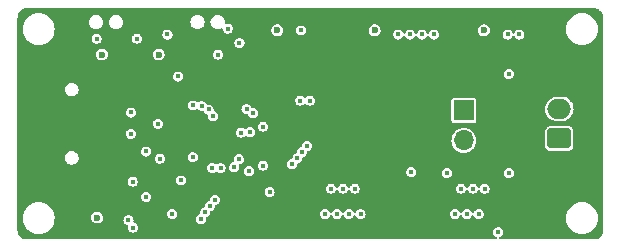
<source format=gbr>
%TF.GenerationSoftware,KiCad,Pcbnew,(6.0.6)*%
%TF.CreationDate,2022-07-10T21:22:37+02:00*%
%TF.ProjectId,GCode_Buttons_MCU,47436f64-655f-4427-9574-746f6e735f4d,rev?*%
%TF.SameCoordinates,Original*%
%TF.FileFunction,Copper,L3,Inr*%
%TF.FilePolarity,Positive*%
%FSLAX46Y46*%
G04 Gerber Fmt 4.6, Leading zero omitted, Abs format (unit mm)*
G04 Created by KiCad (PCBNEW (6.0.6)) date 2022-07-10 21:22:37*
%MOMM*%
%LPD*%
G01*
G04 APERTURE LIST*
G04 Aperture macros list*
%AMRoundRect*
0 Rectangle with rounded corners*
0 $1 Rounding radius*
0 $2 $3 $4 $5 $6 $7 $8 $9 X,Y pos of 4 corners*
0 Add a 4 corners polygon primitive as box body*
4,1,4,$2,$3,$4,$5,$6,$7,$8,$9,$2,$3,0*
0 Add four circle primitives for the rounded corners*
1,1,$1+$1,$2,$3*
1,1,$1+$1,$4,$5*
1,1,$1+$1,$6,$7*
1,1,$1+$1,$8,$9*
0 Add four rect primitives between the rounded corners*
20,1,$1+$1,$2,$3,$4,$5,0*
20,1,$1+$1,$4,$5,$6,$7,0*
20,1,$1+$1,$6,$7,$8,$9,0*
20,1,$1+$1,$8,$9,$2,$3,0*%
G04 Aperture macros list end*
%TA.AperFunction,ComponentPad*%
%ADD10O,2.100000X1.000000*%
%TD*%
%TA.AperFunction,ComponentPad*%
%ADD11O,1.600000X1.000000*%
%TD*%
%TA.AperFunction,ComponentPad*%
%ADD12RoundRect,0.250000X0.750000X-0.600000X0.750000X0.600000X-0.750000X0.600000X-0.750000X-0.600000X0*%
%TD*%
%TA.AperFunction,ComponentPad*%
%ADD13O,2.000000X1.700000*%
%TD*%
%TA.AperFunction,ComponentPad*%
%ADD14R,1.700000X1.700000*%
%TD*%
%TA.AperFunction,ComponentPad*%
%ADD15O,1.700000X1.700000*%
%TD*%
%TA.AperFunction,ViaPad*%
%ADD16C,0.450000*%
%TD*%
%TA.AperFunction,ViaPad*%
%ADD17C,0.800000*%
%TD*%
%TA.AperFunction,ViaPad*%
%ADD18C,0.600000*%
%TD*%
G04 APERTURE END LIST*
D10*
%TO.N,GND*%
%TO.C,J1*%
X105330000Y-95680000D03*
X105330000Y-104320000D03*
D11*
X101150000Y-95680000D03*
X101150000Y-104320000D03*
%TD*%
D12*
%TO.N,Net-(D1-Pad2)*%
%TO.C,J4*%
X146075000Y-101250000D03*
D13*
%TO.N,Net-(D1-Pad1)*%
X146075000Y-98750000D03*
%TD*%
D14*
%TO.N,Net-(D1-Pad1)*%
%TO.C,JP2*%
X138000000Y-98875000D03*
D15*
%TO.N,Net-(JP2-Pad2)*%
X138000000Y-101415000D03*
%TD*%
D16*
%TO.N,SWD_IO*%
X124150000Y-98050000D03*
X119800000Y-104000000D03*
%TO.N,Dout_A*%
X129250000Y-107650000D03*
X109950000Y-104900000D03*
%TO.N,Dout_B*%
X110000000Y-108800000D03*
X140900000Y-109200000D03*
%TO.N,GND*%
X109800000Y-96400000D03*
X123500000Y-98700000D03*
X107700000Y-103250000D03*
X111650000Y-104800000D03*
X129750000Y-105500000D03*
X114700000Y-94150000D03*
X124100000Y-105750000D03*
X111700000Y-98200000D03*
X120250000Y-106300000D03*
X114700000Y-97750000D03*
X117250000Y-95000000D03*
X124100000Y-97250000D03*
X104450000Y-107850000D03*
X116000000Y-102500000D03*
D17*
X141000000Y-100000000D03*
D16*
X107700000Y-107350000D03*
X123200000Y-92100000D03*
X111650000Y-107000000D03*
X119000000Y-92500000D03*
X117750000Y-98800000D03*
X107700000Y-98200000D03*
X140750000Y-105500000D03*
X126350000Y-97350000D03*
X111150000Y-92800000D03*
X114500000Y-105500000D03*
X120000000Y-102500000D03*
D17*
X144000000Y-100000000D03*
D16*
X114600000Y-91850000D03*
X115750000Y-104000000D03*
X109800000Y-100000000D03*
X126500000Y-99000000D03*
X104400000Y-93800000D03*
X120950000Y-98800000D03*
X138500000Y-97500000D03*
X130850000Y-99350000D03*
X140700000Y-92100000D03*
X125400000Y-100950000D03*
X131450000Y-92100000D03*
%TO.N,+5V*%
X139750000Y-105500000D03*
X111100000Y-102350000D03*
X111100000Y-106200000D03*
D18*
X107350000Y-94150000D03*
D16*
X112087500Y-100000000D03*
X128750000Y-105500000D03*
D18*
X106950000Y-107950000D03*
D16*
%TO.N,USB_N*%
X109800000Y-99050000D03*
X118543056Y-103684166D03*
%TO.N,USB_P*%
X109800000Y-100850000D03*
X118950000Y-103000000D03*
%TO.N,+3V3*%
X119000000Y-93150000D03*
X136550000Y-104200000D03*
D18*
X122200000Y-92100000D03*
X112150000Y-94150000D03*
X130450000Y-92100000D03*
D16*
X110300000Y-92800000D03*
X117200000Y-94150000D03*
X133550000Y-104100000D03*
X114050000Y-104800000D03*
D18*
X139700000Y-92100000D03*
D16*
X121550000Y-105800000D03*
%TO.N,BOOT0*%
X106900000Y-92800000D03*
X121000000Y-100250500D03*
%TO.N,D_out_B*%
X112250000Y-102950000D03*
X109600000Y-108150000D03*
%TO.N,RESET*%
X118000000Y-91950000D03*
X124200000Y-92100000D03*
%TO.N,CS_SPI1*%
X132450000Y-92450000D03*
X115050000Y-98450000D03*
%TO.N,SCK_SPI1*%
X133450000Y-92450000D03*
X115788556Y-98488556D03*
%TO.N,MISO_SPI1*%
X134450000Y-92450000D03*
X116377350Y-98799500D03*
%TO.N,MOSI_SPI1*%
X135450000Y-92450000D03*
X116755536Y-99349000D03*
%TO.N,SCL_I2C*%
X141700000Y-92450000D03*
X119150000Y-100750000D03*
%TO.N,SDA_I2C*%
X142700000Y-92450000D03*
X119900000Y-100700000D03*
%TO.N,LED_TX*%
X119600000Y-98750000D03*
X141800000Y-95800000D03*
%TO.N,LED_RX*%
X120150000Y-99100000D03*
X141800000Y-104200000D03*
%TO.N,SWD_CLK*%
X124950000Y-98050000D03*
X121000000Y-103550000D03*
%TO.N,PA3*%
X113800000Y-96000000D03*
X112900000Y-92450000D03*
%TO.N,GB_A_1*%
X126250000Y-107650000D03*
X116096402Y-107505673D03*
%TO.N,GB_A_2*%
X126750000Y-105500000D03*
X116900000Y-106450000D03*
%TO.N,GB_A_3*%
X127250000Y-107650000D03*
X115725765Y-108074235D03*
%TO.N,GB_A_4*%
X127750000Y-105500000D03*
X116497789Y-106959980D03*
%TO.N,GB_A_5*%
X128250000Y-107650000D03*
X115050000Y-102850000D03*
%TO.N,GB_B_1*%
X137250000Y-107650000D03*
X117400000Y-103750000D03*
%TO.N,GB_B_2*%
X137750000Y-105500000D03*
X124705741Y-101892824D03*
%TO.N,GB_B_3*%
X138250000Y-107650000D03*
X123450000Y-103414556D03*
%TO.N,GB_B_4*%
X138750000Y-105500000D03*
X124300000Y-102400000D03*
%TO.N,GB_B_5*%
X139250000Y-107650000D03*
X123901901Y-102948038D03*
%TO.N,Dout*%
X116700000Y-103750000D03*
X113300000Y-107650000D03*
%TD*%
%TA.AperFunction,Conductor*%
%TO.N,GND*%
G36*
X148988169Y-90203018D02*
G01*
X148999641Y-90205656D01*
X149010516Y-90203195D01*
X149021663Y-90203215D01*
X149021661Y-90204219D01*
X149031562Y-90203609D01*
X149117698Y-90212092D01*
X149146272Y-90214906D01*
X149165301Y-90218691D01*
X149296626Y-90258528D01*
X149314555Y-90265955D01*
X149435577Y-90330643D01*
X149451713Y-90341424D01*
X149557798Y-90428485D01*
X149571515Y-90442202D01*
X149639113Y-90524571D01*
X149658576Y-90548287D01*
X149669357Y-90564423D01*
X149734045Y-90685445D01*
X149741472Y-90703373D01*
X149781309Y-90834699D01*
X149785094Y-90853728D01*
X149787624Y-90879415D01*
X149796384Y-90968363D01*
X149796861Y-90978239D01*
X149796843Y-90988774D01*
X149794344Y-90999641D01*
X149797059Y-91011638D01*
X149799500Y-91033488D01*
X149799500Y-108965983D01*
X149796982Y-108988169D01*
X149794344Y-108999641D01*
X149796805Y-109010516D01*
X149796785Y-109021663D01*
X149795781Y-109021661D01*
X149796391Y-109031562D01*
X149785094Y-109146270D01*
X149781309Y-109165301D01*
X149748365Y-109273903D01*
X149741472Y-109296626D01*
X149734045Y-109314555D01*
X149669357Y-109435577D01*
X149658576Y-109451713D01*
X149571515Y-109557798D01*
X149557798Y-109571515D01*
X149514980Y-109606655D01*
X149451713Y-109658576D01*
X149435577Y-109669357D01*
X149314555Y-109734045D01*
X149296627Y-109741472D01*
X149165301Y-109781309D01*
X149146272Y-109785094D01*
X149031637Y-109796384D01*
X149021761Y-109796861D01*
X149011226Y-109796843D01*
X149000359Y-109794344D01*
X148988359Y-109797059D01*
X148966512Y-109799500D01*
X141070158Y-109799500D01*
X141011967Y-109780593D01*
X140976003Y-109731093D01*
X140976003Y-109669907D01*
X141011967Y-109620407D01*
X141032862Y-109609761D01*
X141033126Y-109609719D01*
X141108098Y-109571519D01*
X141146281Y-109552064D01*
X141146283Y-109552063D01*
X141153220Y-109548528D01*
X141248528Y-109453220D01*
X141253136Y-109444178D01*
X141306183Y-109340066D01*
X141306183Y-109340065D01*
X141309719Y-109333126D01*
X141312661Y-109314555D01*
X141329585Y-109207696D01*
X141330804Y-109200000D01*
X141309719Y-109066874D01*
X141293703Y-109035441D01*
X141252064Y-108953719D01*
X141252063Y-108953717D01*
X141248528Y-108946780D01*
X141153220Y-108851472D01*
X141146283Y-108847937D01*
X141146281Y-108847936D01*
X141040066Y-108793817D01*
X141040065Y-108793817D01*
X141033126Y-108790281D01*
X141025432Y-108789062D01*
X141025431Y-108789062D01*
X140907696Y-108770415D01*
X140900000Y-108769196D01*
X140892304Y-108770415D01*
X140774569Y-108789062D01*
X140774568Y-108789062D01*
X140766874Y-108790281D01*
X140759935Y-108793817D01*
X140759934Y-108793817D01*
X140653719Y-108847936D01*
X140653717Y-108847937D01*
X140646780Y-108851472D01*
X140551472Y-108946780D01*
X140547937Y-108953717D01*
X140547936Y-108953719D01*
X140506297Y-109035441D01*
X140490281Y-109066874D01*
X140469196Y-109200000D01*
X140470415Y-109207696D01*
X140487340Y-109314555D01*
X140490281Y-109333126D01*
X140493817Y-109340065D01*
X140493817Y-109340066D01*
X140546865Y-109444178D01*
X140551472Y-109453220D01*
X140646780Y-109548528D01*
X140653717Y-109552063D01*
X140653719Y-109552064D01*
X140691902Y-109571519D01*
X140760861Y-109606655D01*
X140766874Y-109609719D01*
X140766389Y-109610671D01*
X140809934Y-109642308D01*
X140828842Y-109700499D01*
X140809935Y-109758690D01*
X140760436Y-109794654D01*
X140729842Y-109799500D01*
X101034017Y-109799500D01*
X101011831Y-109796982D01*
X101011813Y-109796978D01*
X101000359Y-109794344D01*
X100989484Y-109796805D01*
X100978337Y-109796785D01*
X100978339Y-109795781D01*
X100968438Y-109796391D01*
X100882302Y-109787908D01*
X100853728Y-109785094D01*
X100834699Y-109781309D01*
X100703373Y-109741472D01*
X100685445Y-109734045D01*
X100564423Y-109669357D01*
X100548287Y-109658576D01*
X100485020Y-109606655D01*
X100442202Y-109571515D01*
X100428485Y-109557798D01*
X100341424Y-109451713D01*
X100330643Y-109435577D01*
X100265955Y-109314555D01*
X100258528Y-109296626D01*
X100251635Y-109273903D01*
X100218691Y-109165301D01*
X100214906Y-109146270D01*
X100203658Y-109032058D01*
X100203830Y-109011037D01*
X100204389Y-109006180D01*
X100205655Y-109000718D01*
X100205656Y-109000000D01*
X100203096Y-108988776D01*
X100202980Y-108988266D01*
X100200500Y-108966248D01*
X100200500Y-108000000D01*
X100644341Y-108000000D01*
X100664937Y-108235408D01*
X100726097Y-108463663D01*
X100825965Y-108677829D01*
X100961505Y-108871401D01*
X101128599Y-109038495D01*
X101253973Y-109126282D01*
X101309705Y-109165306D01*
X101322171Y-109174035D01*
X101536337Y-109273903D01*
X101764592Y-109335063D01*
X101849431Y-109342486D01*
X101938870Y-109350311D01*
X101938878Y-109350311D01*
X101941034Y-109350500D01*
X102058966Y-109350500D01*
X102061122Y-109350311D01*
X102061130Y-109350311D01*
X102150569Y-109342486D01*
X102235408Y-109335063D01*
X102463663Y-109273903D01*
X102677829Y-109174035D01*
X102690296Y-109165306D01*
X102746027Y-109126282D01*
X102871401Y-109038495D01*
X103038495Y-108871401D01*
X103171554Y-108681374D01*
X103171554Y-108681373D01*
X103174035Y-108677830D01*
X103273903Y-108463663D01*
X103335063Y-108235408D01*
X103355659Y-108000000D01*
X103350744Y-107943823D01*
X106444391Y-107943823D01*
X106445306Y-107950820D01*
X106445306Y-107950821D01*
X106460438Y-108066539D01*
X106462980Y-108085979D01*
X106465821Y-108092435D01*
X106465821Y-108092436D01*
X106513004Y-108199666D01*
X106520720Y-108217203D01*
X106533792Y-108232754D01*
X106608431Y-108321549D01*
X106608434Y-108321551D01*
X106612970Y-108326948D01*
X106618841Y-108330856D01*
X106618842Y-108330857D01*
X106631143Y-108339045D01*
X106732313Y-108406390D01*
X106832920Y-108437821D01*
X106862425Y-108447039D01*
X106862426Y-108447039D01*
X106869157Y-108449142D01*
X106940828Y-108450456D01*
X107005445Y-108451641D01*
X107005447Y-108451641D01*
X107012499Y-108451770D01*
X107019302Y-108449915D01*
X107019304Y-108449915D01*
X107118895Y-108422763D01*
X107150817Y-108414060D01*
X107272991Y-108339045D01*
X107280403Y-108330857D01*
X107364468Y-108237982D01*
X107369200Y-108232754D01*
X107409294Y-108150000D01*
X109169196Y-108150000D01*
X109190281Y-108283126D01*
X109193817Y-108290065D01*
X109193817Y-108290066D01*
X109241719Y-108384078D01*
X109251472Y-108403220D01*
X109346780Y-108498528D01*
X109353717Y-108502063D01*
X109353719Y-108502064D01*
X109455098Y-108553719D01*
X109466874Y-108559719D01*
X109474566Y-108560937D01*
X109474568Y-108560938D01*
X109506037Y-108565922D01*
X109560553Y-108593700D01*
X109588330Y-108648217D01*
X109588330Y-108679190D01*
X109569196Y-108800000D01*
X109590281Y-108933126D01*
X109593817Y-108940065D01*
X109593817Y-108940066D01*
X109640437Y-109031562D01*
X109651472Y-109053220D01*
X109746780Y-109148528D01*
X109753717Y-109152063D01*
X109753719Y-109152064D01*
X109832695Y-109192304D01*
X109866874Y-109209719D01*
X109874568Y-109210938D01*
X109874569Y-109210938D01*
X109992304Y-109229585D01*
X110000000Y-109230804D01*
X110007696Y-109229585D01*
X110125431Y-109210938D01*
X110125432Y-109210938D01*
X110133126Y-109209719D01*
X110167305Y-109192304D01*
X110246281Y-109152064D01*
X110246283Y-109152063D01*
X110253220Y-109148528D01*
X110348528Y-109053220D01*
X110359564Y-109031562D01*
X110406183Y-108940066D01*
X110406183Y-108940065D01*
X110409719Y-108933126D01*
X110430804Y-108800000D01*
X110409719Y-108666874D01*
X110362868Y-108574923D01*
X110352064Y-108553719D01*
X110352063Y-108553717D01*
X110348528Y-108546780D01*
X110253220Y-108451472D01*
X110246283Y-108447937D01*
X110246281Y-108447936D01*
X110140066Y-108393817D01*
X110140065Y-108393817D01*
X110133126Y-108390281D01*
X110125434Y-108389063D01*
X110125432Y-108389062D01*
X110093963Y-108384078D01*
X110039447Y-108356300D01*
X110011670Y-108301783D01*
X110011670Y-108270810D01*
X110029585Y-108157697D01*
X110029585Y-108157696D01*
X110030804Y-108150000D01*
X110020023Y-108081931D01*
X110010938Y-108024569D01*
X110010938Y-108024568D01*
X110009719Y-108016874D01*
X109997566Y-107993022D01*
X109952064Y-107903719D01*
X109952063Y-107903717D01*
X109948528Y-107896780D01*
X109853220Y-107801472D01*
X109846283Y-107797937D01*
X109846281Y-107797936D01*
X109740066Y-107743817D01*
X109740065Y-107743817D01*
X109733126Y-107740281D01*
X109725432Y-107739062D01*
X109725431Y-107739062D01*
X109636978Y-107725053D01*
X109600000Y-107719196D01*
X109563022Y-107725053D01*
X109474569Y-107739062D01*
X109474568Y-107739062D01*
X109466874Y-107740281D01*
X109459935Y-107743817D01*
X109459934Y-107743817D01*
X109353719Y-107797936D01*
X109353717Y-107797937D01*
X109346780Y-107801472D01*
X109251472Y-107896780D01*
X109247937Y-107903717D01*
X109247936Y-107903719D01*
X109202434Y-107993022D01*
X109190281Y-108016874D01*
X109189062Y-108024568D01*
X109189062Y-108024569D01*
X109179977Y-108081931D01*
X109169196Y-108150000D01*
X107409294Y-108150000D01*
X107431710Y-108103733D01*
X107435875Y-108078982D01*
X107454862Y-107966124D01*
X107454862Y-107966120D01*
X107455496Y-107962354D01*
X107455647Y-107950000D01*
X107435323Y-107808082D01*
X107396262Y-107722171D01*
X107378905Y-107683996D01*
X107378904Y-107683995D01*
X107375984Y-107677572D01*
X107352226Y-107650000D01*
X112869196Y-107650000D01*
X112870415Y-107657696D01*
X112887346Y-107764592D01*
X112890281Y-107783126D01*
X112893817Y-107790065D01*
X112893817Y-107790066D01*
X112926496Y-107854201D01*
X112951472Y-107903220D01*
X113046780Y-107998528D01*
X113053717Y-108002063D01*
X113053719Y-108002064D01*
X113159934Y-108056183D01*
X113166874Y-108059719D01*
X113174568Y-108060938D01*
X113174569Y-108060938D01*
X113258525Y-108074235D01*
X113288497Y-108078982D01*
X113292304Y-108079585D01*
X113300000Y-108080804D01*
X113307696Y-108079585D01*
X113311504Y-108078982D01*
X113341475Y-108074235D01*
X115294961Y-108074235D01*
X115316046Y-108207361D01*
X115377237Y-108327455D01*
X115472545Y-108422763D01*
X115479482Y-108426298D01*
X115479484Y-108426299D01*
X115560507Y-108467582D01*
X115592639Y-108483954D01*
X115600333Y-108485173D01*
X115600334Y-108485173D01*
X115718069Y-108503820D01*
X115725765Y-108505039D01*
X115733461Y-108503820D01*
X115851196Y-108485173D01*
X115851197Y-108485173D01*
X115858891Y-108483954D01*
X115891023Y-108467582D01*
X115972046Y-108426299D01*
X115972048Y-108426298D01*
X115978985Y-108422763D01*
X116074293Y-108327455D01*
X116135484Y-108207361D01*
X116156569Y-108074235D01*
X116149247Y-108028006D01*
X116158818Y-107967574D01*
X116202083Y-107924309D01*
X116216437Y-107918364D01*
X116221834Y-107916611D01*
X116229528Y-107915392D01*
X116266056Y-107896780D01*
X116342683Y-107857737D01*
X116342685Y-107857736D01*
X116349622Y-107854201D01*
X116444930Y-107758893D01*
X116453740Y-107741604D01*
X116500414Y-107650000D01*
X125819196Y-107650000D01*
X125820415Y-107657696D01*
X125837346Y-107764592D01*
X125840281Y-107783126D01*
X125843817Y-107790065D01*
X125843817Y-107790066D01*
X125876496Y-107854201D01*
X125901472Y-107903220D01*
X125996780Y-107998528D01*
X126003717Y-108002063D01*
X126003719Y-108002064D01*
X126109934Y-108056183D01*
X126116874Y-108059719D01*
X126124568Y-108060938D01*
X126124569Y-108060938D01*
X126208525Y-108074235D01*
X126238497Y-108078982D01*
X126242304Y-108079585D01*
X126250000Y-108080804D01*
X126257696Y-108079585D01*
X126261504Y-108078982D01*
X126291475Y-108074235D01*
X126375431Y-108060938D01*
X126375432Y-108060938D01*
X126383126Y-108059719D01*
X126390066Y-108056183D01*
X126496281Y-108002064D01*
X126496283Y-108002063D01*
X126503220Y-107998528D01*
X126598528Y-107903220D01*
X126623505Y-107854201D01*
X126659719Y-107783126D01*
X126661123Y-107783841D01*
X126691809Y-107741605D01*
X126749999Y-107722697D01*
X126808190Y-107741604D01*
X126838877Y-107783841D01*
X126840281Y-107783126D01*
X126876496Y-107854201D01*
X126901472Y-107903220D01*
X126996780Y-107998528D01*
X127003717Y-108002063D01*
X127003719Y-108002064D01*
X127109934Y-108056183D01*
X127116874Y-108059719D01*
X127124568Y-108060938D01*
X127124569Y-108060938D01*
X127208525Y-108074235D01*
X127238497Y-108078982D01*
X127242304Y-108079585D01*
X127250000Y-108080804D01*
X127257696Y-108079585D01*
X127261504Y-108078982D01*
X127291475Y-108074235D01*
X127375431Y-108060938D01*
X127375432Y-108060938D01*
X127383126Y-108059719D01*
X127390066Y-108056183D01*
X127496281Y-108002064D01*
X127496283Y-108002063D01*
X127503220Y-107998528D01*
X127598528Y-107903220D01*
X127623505Y-107854201D01*
X127659719Y-107783126D01*
X127661123Y-107783841D01*
X127691809Y-107741605D01*
X127749999Y-107722697D01*
X127808190Y-107741604D01*
X127838877Y-107783841D01*
X127840281Y-107783126D01*
X127876496Y-107854201D01*
X127901472Y-107903220D01*
X127996780Y-107998528D01*
X128003717Y-108002063D01*
X128003719Y-108002064D01*
X128109934Y-108056183D01*
X128116874Y-108059719D01*
X128124568Y-108060938D01*
X128124569Y-108060938D01*
X128208525Y-108074235D01*
X128238497Y-108078982D01*
X128242304Y-108079585D01*
X128250000Y-108080804D01*
X128257696Y-108079585D01*
X128261504Y-108078982D01*
X128291475Y-108074235D01*
X128375431Y-108060938D01*
X128375432Y-108060938D01*
X128383126Y-108059719D01*
X128390066Y-108056183D01*
X128496281Y-108002064D01*
X128496283Y-108002063D01*
X128503220Y-107998528D01*
X128598528Y-107903220D01*
X128623505Y-107854201D01*
X128659719Y-107783126D01*
X128661123Y-107783841D01*
X128691809Y-107741605D01*
X128749999Y-107722697D01*
X128808190Y-107741604D01*
X128838877Y-107783841D01*
X128840281Y-107783126D01*
X128876496Y-107854201D01*
X128901472Y-107903220D01*
X128996780Y-107998528D01*
X129003717Y-108002063D01*
X129003719Y-108002064D01*
X129109934Y-108056183D01*
X129116874Y-108059719D01*
X129124568Y-108060938D01*
X129124569Y-108060938D01*
X129208525Y-108074235D01*
X129238497Y-108078982D01*
X129242304Y-108079585D01*
X129250000Y-108080804D01*
X129257696Y-108079585D01*
X129261504Y-108078982D01*
X129291475Y-108074235D01*
X129375431Y-108060938D01*
X129375432Y-108060938D01*
X129383126Y-108059719D01*
X129390066Y-108056183D01*
X129496281Y-108002064D01*
X129496283Y-108002063D01*
X129503220Y-107998528D01*
X129598528Y-107903220D01*
X129623505Y-107854201D01*
X129656183Y-107790066D01*
X129656183Y-107790065D01*
X129659719Y-107783126D01*
X129662655Y-107764592D01*
X129679585Y-107657696D01*
X129680804Y-107650000D01*
X136819196Y-107650000D01*
X136820415Y-107657696D01*
X136837346Y-107764592D01*
X136840281Y-107783126D01*
X136843817Y-107790065D01*
X136843817Y-107790066D01*
X136876496Y-107854201D01*
X136901472Y-107903220D01*
X136996780Y-107998528D01*
X137003717Y-108002063D01*
X137003719Y-108002064D01*
X137109934Y-108056183D01*
X137116874Y-108059719D01*
X137124568Y-108060938D01*
X137124569Y-108060938D01*
X137208525Y-108074235D01*
X137238497Y-108078982D01*
X137242304Y-108079585D01*
X137250000Y-108080804D01*
X137257696Y-108079585D01*
X137261504Y-108078982D01*
X137291475Y-108074235D01*
X137375431Y-108060938D01*
X137375432Y-108060938D01*
X137383126Y-108059719D01*
X137390066Y-108056183D01*
X137496281Y-108002064D01*
X137496283Y-108002063D01*
X137503220Y-107998528D01*
X137598528Y-107903220D01*
X137623505Y-107854201D01*
X137659719Y-107783126D01*
X137661123Y-107783841D01*
X137691809Y-107741605D01*
X137749999Y-107722697D01*
X137808190Y-107741604D01*
X137838877Y-107783841D01*
X137840281Y-107783126D01*
X137876496Y-107854201D01*
X137901472Y-107903220D01*
X137996780Y-107998528D01*
X138003717Y-108002063D01*
X138003719Y-108002064D01*
X138109934Y-108056183D01*
X138116874Y-108059719D01*
X138124568Y-108060938D01*
X138124569Y-108060938D01*
X138208525Y-108074235D01*
X138238497Y-108078982D01*
X138242304Y-108079585D01*
X138250000Y-108080804D01*
X138257696Y-108079585D01*
X138261504Y-108078982D01*
X138291475Y-108074235D01*
X138375431Y-108060938D01*
X138375432Y-108060938D01*
X138383126Y-108059719D01*
X138390066Y-108056183D01*
X138496281Y-108002064D01*
X138496283Y-108002063D01*
X138503220Y-107998528D01*
X138598528Y-107903220D01*
X138623505Y-107854201D01*
X138659719Y-107783126D01*
X138661123Y-107783841D01*
X138691809Y-107741605D01*
X138749999Y-107722697D01*
X138808190Y-107741604D01*
X138838877Y-107783841D01*
X138840281Y-107783126D01*
X138876496Y-107854201D01*
X138901472Y-107903220D01*
X138996780Y-107998528D01*
X139003717Y-108002063D01*
X139003719Y-108002064D01*
X139109934Y-108056183D01*
X139116874Y-108059719D01*
X139124568Y-108060938D01*
X139124569Y-108060938D01*
X139208525Y-108074235D01*
X139238497Y-108078982D01*
X139242304Y-108079585D01*
X139250000Y-108080804D01*
X139257696Y-108079585D01*
X139261504Y-108078982D01*
X139291475Y-108074235D01*
X139375431Y-108060938D01*
X139375432Y-108060938D01*
X139383126Y-108059719D01*
X139390066Y-108056183D01*
X139496281Y-108002064D01*
X139496283Y-108002063D01*
X139500331Y-108000000D01*
X146644341Y-108000000D01*
X146664937Y-108235408D01*
X146726097Y-108463663D01*
X146825965Y-108677829D01*
X146961505Y-108871401D01*
X147128599Y-109038495D01*
X147253973Y-109126282D01*
X147309705Y-109165306D01*
X147322171Y-109174035D01*
X147536337Y-109273903D01*
X147764592Y-109335063D01*
X147849431Y-109342486D01*
X147938870Y-109350311D01*
X147938878Y-109350311D01*
X147941034Y-109350500D01*
X148058966Y-109350500D01*
X148061122Y-109350311D01*
X148061130Y-109350311D01*
X148150569Y-109342486D01*
X148235408Y-109335063D01*
X148463663Y-109273903D01*
X148677829Y-109174035D01*
X148690296Y-109165306D01*
X148746027Y-109126282D01*
X148871401Y-109038495D01*
X149038495Y-108871401D01*
X149171554Y-108681374D01*
X149171554Y-108681373D01*
X149174035Y-108677830D01*
X149273903Y-108463663D01*
X149335063Y-108235408D01*
X149355659Y-108000000D01*
X149335063Y-107764592D01*
X149273903Y-107536337D01*
X149174035Y-107322171D01*
X149159542Y-107301472D01*
X149040974Y-107132140D01*
X149038495Y-107128599D01*
X148871401Y-106961505D01*
X148720985Y-106856183D01*
X148681374Y-106828447D01*
X148681372Y-106828446D01*
X148677829Y-106825965D01*
X148463663Y-106726097D01*
X148235408Y-106664937D01*
X148150569Y-106657514D01*
X148061130Y-106649689D01*
X148061122Y-106649689D01*
X148058966Y-106649500D01*
X147941034Y-106649500D01*
X147938878Y-106649689D01*
X147938870Y-106649689D01*
X147849431Y-106657514D01*
X147764592Y-106664937D01*
X147536337Y-106726097D01*
X147322171Y-106825965D01*
X147318628Y-106828446D01*
X147318626Y-106828447D01*
X147279015Y-106856183D01*
X147128599Y-106961505D01*
X146961505Y-107128599D01*
X146902267Y-107213200D01*
X146828447Y-107318625D01*
X146828446Y-107318627D01*
X146825965Y-107322170D01*
X146726097Y-107536337D01*
X146664937Y-107764592D01*
X146644341Y-108000000D01*
X139500331Y-108000000D01*
X139503220Y-107998528D01*
X139598528Y-107903220D01*
X139623505Y-107854201D01*
X139656183Y-107790066D01*
X139656183Y-107790065D01*
X139659719Y-107783126D01*
X139662655Y-107764592D01*
X139679585Y-107657696D01*
X139680804Y-107650000D01*
X139669290Y-107577303D01*
X139660938Y-107524569D01*
X139660938Y-107524568D01*
X139659719Y-107516874D01*
X139654012Y-107505673D01*
X139602064Y-107403719D01*
X139602063Y-107403717D01*
X139598528Y-107396780D01*
X139503220Y-107301472D01*
X139496283Y-107297937D01*
X139496281Y-107297936D01*
X139390066Y-107243817D01*
X139390065Y-107243817D01*
X139383126Y-107240281D01*
X139375432Y-107239062D01*
X139375431Y-107239062D01*
X139257696Y-107220415D01*
X139250000Y-107219196D01*
X139242304Y-107220415D01*
X139124569Y-107239062D01*
X139124568Y-107239062D01*
X139116874Y-107240281D01*
X139109935Y-107243817D01*
X139109934Y-107243817D01*
X139003719Y-107297936D01*
X139003717Y-107297937D01*
X138996780Y-107301472D01*
X138901472Y-107396780D01*
X138897937Y-107403717D01*
X138897936Y-107403719D01*
X138845988Y-107505673D01*
X138840281Y-107516874D01*
X138838877Y-107516159D01*
X138808191Y-107558395D01*
X138750001Y-107577303D01*
X138691810Y-107558396D01*
X138661123Y-107516159D01*
X138659719Y-107516874D01*
X138602064Y-107403719D01*
X138602063Y-107403717D01*
X138598528Y-107396780D01*
X138503220Y-107301472D01*
X138496283Y-107297937D01*
X138496281Y-107297936D01*
X138390066Y-107243817D01*
X138390065Y-107243817D01*
X138383126Y-107240281D01*
X138375432Y-107239062D01*
X138375431Y-107239062D01*
X138257696Y-107220415D01*
X138250000Y-107219196D01*
X138242304Y-107220415D01*
X138124569Y-107239062D01*
X138124568Y-107239062D01*
X138116874Y-107240281D01*
X138109935Y-107243817D01*
X138109934Y-107243817D01*
X138003719Y-107297936D01*
X138003717Y-107297937D01*
X137996780Y-107301472D01*
X137901472Y-107396780D01*
X137897937Y-107403717D01*
X137897936Y-107403719D01*
X137845988Y-107505673D01*
X137840281Y-107516874D01*
X137838877Y-107516159D01*
X137808191Y-107558395D01*
X137750001Y-107577303D01*
X137691810Y-107558396D01*
X137661123Y-107516159D01*
X137659719Y-107516874D01*
X137602064Y-107403719D01*
X137602063Y-107403717D01*
X137598528Y-107396780D01*
X137503220Y-107301472D01*
X137496283Y-107297937D01*
X137496281Y-107297936D01*
X137390066Y-107243817D01*
X137390065Y-107243817D01*
X137383126Y-107240281D01*
X137375432Y-107239062D01*
X137375431Y-107239062D01*
X137257696Y-107220415D01*
X137250000Y-107219196D01*
X137242304Y-107220415D01*
X137124569Y-107239062D01*
X137124568Y-107239062D01*
X137116874Y-107240281D01*
X137109935Y-107243817D01*
X137109934Y-107243817D01*
X137003719Y-107297936D01*
X137003717Y-107297937D01*
X136996780Y-107301472D01*
X136901472Y-107396780D01*
X136897937Y-107403717D01*
X136897936Y-107403719D01*
X136845988Y-107505673D01*
X136840281Y-107516874D01*
X136839062Y-107524568D01*
X136839062Y-107524569D01*
X136830710Y-107577303D01*
X136819196Y-107650000D01*
X129680804Y-107650000D01*
X129669290Y-107577303D01*
X129660938Y-107524569D01*
X129660938Y-107524568D01*
X129659719Y-107516874D01*
X129654012Y-107505673D01*
X129602064Y-107403719D01*
X129602063Y-107403717D01*
X129598528Y-107396780D01*
X129503220Y-107301472D01*
X129496283Y-107297937D01*
X129496281Y-107297936D01*
X129390066Y-107243817D01*
X129390065Y-107243817D01*
X129383126Y-107240281D01*
X129375432Y-107239062D01*
X129375431Y-107239062D01*
X129257696Y-107220415D01*
X129250000Y-107219196D01*
X129242304Y-107220415D01*
X129124569Y-107239062D01*
X129124568Y-107239062D01*
X129116874Y-107240281D01*
X129109935Y-107243817D01*
X129109934Y-107243817D01*
X129003719Y-107297936D01*
X129003717Y-107297937D01*
X128996780Y-107301472D01*
X128901472Y-107396780D01*
X128897937Y-107403717D01*
X128897936Y-107403719D01*
X128845988Y-107505673D01*
X128840281Y-107516874D01*
X128838877Y-107516159D01*
X128808191Y-107558395D01*
X128750001Y-107577303D01*
X128691810Y-107558396D01*
X128661123Y-107516159D01*
X128659719Y-107516874D01*
X128602064Y-107403719D01*
X128602063Y-107403717D01*
X128598528Y-107396780D01*
X128503220Y-107301472D01*
X128496283Y-107297937D01*
X128496281Y-107297936D01*
X128390066Y-107243817D01*
X128390065Y-107243817D01*
X128383126Y-107240281D01*
X128375432Y-107239062D01*
X128375431Y-107239062D01*
X128257696Y-107220415D01*
X128250000Y-107219196D01*
X128242304Y-107220415D01*
X128124569Y-107239062D01*
X128124568Y-107239062D01*
X128116874Y-107240281D01*
X128109935Y-107243817D01*
X128109934Y-107243817D01*
X128003719Y-107297936D01*
X128003717Y-107297937D01*
X127996780Y-107301472D01*
X127901472Y-107396780D01*
X127897937Y-107403717D01*
X127897936Y-107403719D01*
X127845988Y-107505673D01*
X127840281Y-107516874D01*
X127838877Y-107516159D01*
X127808191Y-107558395D01*
X127750001Y-107577303D01*
X127691810Y-107558396D01*
X127661123Y-107516159D01*
X127659719Y-107516874D01*
X127602064Y-107403719D01*
X127602063Y-107403717D01*
X127598528Y-107396780D01*
X127503220Y-107301472D01*
X127496283Y-107297937D01*
X127496281Y-107297936D01*
X127390066Y-107243817D01*
X127390065Y-107243817D01*
X127383126Y-107240281D01*
X127375432Y-107239062D01*
X127375431Y-107239062D01*
X127257696Y-107220415D01*
X127250000Y-107219196D01*
X127242304Y-107220415D01*
X127124569Y-107239062D01*
X127124568Y-107239062D01*
X127116874Y-107240281D01*
X127109935Y-107243817D01*
X127109934Y-107243817D01*
X127003719Y-107297936D01*
X127003717Y-107297937D01*
X126996780Y-107301472D01*
X126901472Y-107396780D01*
X126897937Y-107403717D01*
X126897936Y-107403719D01*
X126845988Y-107505673D01*
X126840281Y-107516874D01*
X126838877Y-107516159D01*
X126808191Y-107558395D01*
X126750001Y-107577303D01*
X126691810Y-107558396D01*
X126661123Y-107516159D01*
X126659719Y-107516874D01*
X126602064Y-107403719D01*
X126602063Y-107403717D01*
X126598528Y-107396780D01*
X126503220Y-107301472D01*
X126496283Y-107297937D01*
X126496281Y-107297936D01*
X126390066Y-107243817D01*
X126390065Y-107243817D01*
X126383126Y-107240281D01*
X126375432Y-107239062D01*
X126375431Y-107239062D01*
X126257696Y-107220415D01*
X126250000Y-107219196D01*
X126242304Y-107220415D01*
X126124569Y-107239062D01*
X126124568Y-107239062D01*
X126116874Y-107240281D01*
X126109935Y-107243817D01*
X126109934Y-107243817D01*
X126003719Y-107297936D01*
X126003717Y-107297937D01*
X125996780Y-107301472D01*
X125901472Y-107396780D01*
X125897937Y-107403717D01*
X125897936Y-107403719D01*
X125845988Y-107505673D01*
X125840281Y-107516874D01*
X125839062Y-107524568D01*
X125839062Y-107524569D01*
X125830710Y-107577303D01*
X125819196Y-107650000D01*
X116500414Y-107650000D01*
X116502585Y-107645739D01*
X116502585Y-107645738D01*
X116506121Y-107638799D01*
X116516336Y-107574307D01*
X116525987Y-107513369D01*
X116527206Y-107505673D01*
X116524222Y-107486830D01*
X116533794Y-107426398D01*
X116577059Y-107383134D01*
X116606518Y-107373563D01*
X116623219Y-107370918D01*
X116623220Y-107370918D01*
X116630915Y-107369699D01*
X116716493Y-107326095D01*
X116744070Y-107312044D01*
X116744072Y-107312043D01*
X116751009Y-107308508D01*
X116846317Y-107213200D01*
X116874879Y-107157145D01*
X116903972Y-107100046D01*
X116903972Y-107100045D01*
X116907508Y-107093106D01*
X116928593Y-106959980D01*
X116928304Y-106958158D01*
X116946281Y-106902831D01*
X116995781Y-106866867D01*
X117010886Y-106863242D01*
X117017732Y-106862157D01*
X117025431Y-106860938D01*
X117025432Y-106860938D01*
X117033126Y-106859719D01*
X117094501Y-106828447D01*
X117146281Y-106802064D01*
X117146283Y-106802063D01*
X117153220Y-106798528D01*
X117248528Y-106703220D01*
X117275804Y-106649689D01*
X117306183Y-106590066D01*
X117306183Y-106590065D01*
X117309719Y-106583126D01*
X117315118Y-106549042D01*
X117329585Y-106457696D01*
X117330804Y-106450000D01*
X117312293Y-106333126D01*
X117310938Y-106324569D01*
X117310938Y-106324568D01*
X117309719Y-106316874D01*
X117248528Y-106196780D01*
X117153220Y-106101472D01*
X117146283Y-106097937D01*
X117146281Y-106097936D01*
X117040066Y-106043817D01*
X117040065Y-106043817D01*
X117033126Y-106040281D01*
X117025432Y-106039062D01*
X117025431Y-106039062D01*
X116907696Y-106020415D01*
X116900000Y-106019196D01*
X116892304Y-106020415D01*
X116774569Y-106039062D01*
X116774568Y-106039062D01*
X116766874Y-106040281D01*
X116759935Y-106043817D01*
X116759934Y-106043817D01*
X116653719Y-106097936D01*
X116653717Y-106097937D01*
X116646780Y-106101472D01*
X116551472Y-106196780D01*
X116490281Y-106316874D01*
X116489062Y-106324568D01*
X116489062Y-106324569D01*
X116487707Y-106333126D01*
X116469196Y-106450000D01*
X116469485Y-106451822D01*
X116451508Y-106507149D01*
X116402008Y-106543113D01*
X116386903Y-106546738D01*
X116380057Y-106547823D01*
X116372358Y-106549042D01*
X116372357Y-106549042D01*
X116364663Y-106550261D01*
X116357724Y-106553797D01*
X116357723Y-106553797D01*
X116251508Y-106607916D01*
X116251506Y-106607917D01*
X116244569Y-106611452D01*
X116149261Y-106706760D01*
X116088070Y-106826854D01*
X116086851Y-106834548D01*
X116086851Y-106834549D01*
X116079918Y-106878324D01*
X116066985Y-106959980D01*
X116068204Y-106967676D01*
X116068204Y-106967678D01*
X116069969Y-106978823D01*
X116060397Y-107039255D01*
X116017132Y-107082519D01*
X115987673Y-107092090D01*
X115970972Y-107094735D01*
X115970971Y-107094735D01*
X115963276Y-107095954D01*
X115956337Y-107099490D01*
X115956336Y-107099490D01*
X115850121Y-107153609D01*
X115850119Y-107153610D01*
X115843182Y-107157145D01*
X115747874Y-107252453D01*
X115744339Y-107259390D01*
X115744338Y-107259392D01*
X115714157Y-107318626D01*
X115686683Y-107372547D01*
X115665598Y-107505673D01*
X115666817Y-107513369D01*
X115672920Y-107551902D01*
X115663349Y-107612334D01*
X115620084Y-107655599D01*
X115605730Y-107661544D01*
X115600333Y-107663297D01*
X115592639Y-107664516D01*
X115585700Y-107668052D01*
X115585699Y-107668052D01*
X115479484Y-107722171D01*
X115479482Y-107722172D01*
X115472545Y-107725707D01*
X115377237Y-107821015D01*
X115316046Y-107941109D01*
X115294961Y-108074235D01*
X113341475Y-108074235D01*
X113425431Y-108060938D01*
X113425432Y-108060938D01*
X113433126Y-108059719D01*
X113440066Y-108056183D01*
X113546281Y-108002064D01*
X113546283Y-108002063D01*
X113553220Y-107998528D01*
X113648528Y-107903220D01*
X113673505Y-107854201D01*
X113706183Y-107790066D01*
X113706183Y-107790065D01*
X113709719Y-107783126D01*
X113712655Y-107764592D01*
X113729585Y-107657696D01*
X113730804Y-107650000D01*
X113719290Y-107577303D01*
X113710938Y-107524569D01*
X113710938Y-107524568D01*
X113709719Y-107516874D01*
X113704012Y-107505673D01*
X113652064Y-107403719D01*
X113652063Y-107403717D01*
X113648528Y-107396780D01*
X113553220Y-107301472D01*
X113546283Y-107297937D01*
X113546281Y-107297936D01*
X113440066Y-107243817D01*
X113440065Y-107243817D01*
X113433126Y-107240281D01*
X113425432Y-107239062D01*
X113425431Y-107239062D01*
X113307696Y-107220415D01*
X113300000Y-107219196D01*
X113292304Y-107220415D01*
X113174569Y-107239062D01*
X113174568Y-107239062D01*
X113166874Y-107240281D01*
X113159935Y-107243817D01*
X113159934Y-107243817D01*
X113053719Y-107297936D01*
X113053717Y-107297937D01*
X113046780Y-107301472D01*
X112951472Y-107396780D01*
X112947937Y-107403717D01*
X112947936Y-107403719D01*
X112895988Y-107505673D01*
X112890281Y-107516874D01*
X112889062Y-107524568D01*
X112889062Y-107524569D01*
X112880710Y-107577303D01*
X112869196Y-107650000D01*
X107352226Y-107650000D01*
X107315582Y-107607472D01*
X107287005Y-107574307D01*
X107287004Y-107574306D01*
X107282400Y-107568963D01*
X107162095Y-107490985D01*
X107024739Y-107449907D01*
X106941497Y-107449398D01*
X106888427Y-107449074D01*
X106888426Y-107449074D01*
X106881376Y-107449031D01*
X106874599Y-107450968D01*
X106874598Y-107450968D01*
X106750309Y-107486490D01*
X106750307Y-107486491D01*
X106743529Y-107488428D01*
X106622280Y-107564930D01*
X106617613Y-107570214D01*
X106617611Y-107570216D01*
X106532044Y-107667103D01*
X106532042Y-107667105D01*
X106527377Y-107672388D01*
X106466447Y-107802163D01*
X106465362Y-107809132D01*
X106465361Y-107809135D01*
X106462431Y-107827954D01*
X106444391Y-107943823D01*
X103350744Y-107943823D01*
X103335063Y-107764592D01*
X103273903Y-107536337D01*
X103174035Y-107322171D01*
X103159542Y-107301472D01*
X103040974Y-107132140D01*
X103038495Y-107128599D01*
X102871401Y-106961505D01*
X102720985Y-106856183D01*
X102681374Y-106828447D01*
X102681372Y-106828446D01*
X102677829Y-106825965D01*
X102463663Y-106726097D01*
X102235408Y-106664937D01*
X102150569Y-106657514D01*
X102061130Y-106649689D01*
X102061122Y-106649689D01*
X102058966Y-106649500D01*
X101941034Y-106649500D01*
X101938878Y-106649689D01*
X101938870Y-106649689D01*
X101849431Y-106657514D01*
X101764592Y-106664937D01*
X101536337Y-106726097D01*
X101322171Y-106825965D01*
X101318628Y-106828446D01*
X101318626Y-106828447D01*
X101279015Y-106856183D01*
X101128599Y-106961505D01*
X100961505Y-107128599D01*
X100902267Y-107213200D01*
X100828447Y-107318625D01*
X100828446Y-107318627D01*
X100825965Y-107322170D01*
X100726097Y-107536337D01*
X100664937Y-107764592D01*
X100644341Y-108000000D01*
X100200500Y-108000000D01*
X100200500Y-106200000D01*
X110669196Y-106200000D01*
X110670415Y-106207696D01*
X110688926Y-106324569D01*
X110690281Y-106333126D01*
X110751472Y-106453220D01*
X110846780Y-106548528D01*
X110853717Y-106552063D01*
X110853719Y-106552064D01*
X110959934Y-106606183D01*
X110966874Y-106609719D01*
X110974568Y-106610938D01*
X110974569Y-106610938D01*
X111092304Y-106629585D01*
X111100000Y-106630804D01*
X111107696Y-106629585D01*
X111225431Y-106610938D01*
X111225432Y-106610938D01*
X111233126Y-106609719D01*
X111240066Y-106606183D01*
X111346281Y-106552064D01*
X111346283Y-106552063D01*
X111353220Y-106548528D01*
X111448528Y-106453220D01*
X111509719Y-106333126D01*
X111511075Y-106324569D01*
X111529585Y-106207696D01*
X111530804Y-106200000D01*
X111509719Y-106066874D01*
X111448528Y-105946780D01*
X111353220Y-105851472D01*
X111346283Y-105847937D01*
X111346281Y-105847936D01*
X111252201Y-105800000D01*
X121119196Y-105800000D01*
X121120415Y-105807696D01*
X121136014Y-105906183D01*
X121140281Y-105933126D01*
X121201472Y-106053220D01*
X121296780Y-106148528D01*
X121303717Y-106152063D01*
X121303719Y-106152064D01*
X121397799Y-106200000D01*
X121416874Y-106209719D01*
X121424568Y-106210938D01*
X121424569Y-106210938D01*
X121542304Y-106229585D01*
X121550000Y-106230804D01*
X121557696Y-106229585D01*
X121675431Y-106210938D01*
X121675432Y-106210938D01*
X121683126Y-106209719D01*
X121702201Y-106200000D01*
X121796281Y-106152064D01*
X121796283Y-106152063D01*
X121803220Y-106148528D01*
X121898528Y-106053220D01*
X121959719Y-105933126D01*
X121963987Y-105906183D01*
X121979585Y-105807696D01*
X121980804Y-105800000D01*
X121959719Y-105666874D01*
X121938603Y-105625431D01*
X121902064Y-105553719D01*
X121902063Y-105553717D01*
X121898528Y-105546780D01*
X121851748Y-105500000D01*
X126319196Y-105500000D01*
X126320415Y-105507696D01*
X126333705Y-105591604D01*
X126340281Y-105633126D01*
X126401472Y-105753220D01*
X126496780Y-105848528D01*
X126503717Y-105852063D01*
X126503719Y-105852064D01*
X126609934Y-105906183D01*
X126616874Y-105909719D01*
X126624568Y-105910938D01*
X126624569Y-105910938D01*
X126742304Y-105929585D01*
X126750000Y-105930804D01*
X126757696Y-105929585D01*
X126875431Y-105910938D01*
X126875432Y-105910938D01*
X126883126Y-105909719D01*
X126890066Y-105906183D01*
X126996281Y-105852064D01*
X126996283Y-105852063D01*
X127003220Y-105848528D01*
X127098528Y-105753220D01*
X127159719Y-105633126D01*
X127161123Y-105633841D01*
X127191809Y-105591605D01*
X127249999Y-105572697D01*
X127308190Y-105591604D01*
X127338877Y-105633841D01*
X127340281Y-105633126D01*
X127401472Y-105753220D01*
X127496780Y-105848528D01*
X127503717Y-105852063D01*
X127503719Y-105852064D01*
X127609934Y-105906183D01*
X127616874Y-105909719D01*
X127624568Y-105910938D01*
X127624569Y-105910938D01*
X127742304Y-105929585D01*
X127750000Y-105930804D01*
X127757696Y-105929585D01*
X127875431Y-105910938D01*
X127875432Y-105910938D01*
X127883126Y-105909719D01*
X127890066Y-105906183D01*
X127996281Y-105852064D01*
X127996283Y-105852063D01*
X128003220Y-105848528D01*
X128098528Y-105753220D01*
X128159719Y-105633126D01*
X128161123Y-105633841D01*
X128191809Y-105591605D01*
X128249999Y-105572697D01*
X128308190Y-105591604D01*
X128338877Y-105633841D01*
X128340281Y-105633126D01*
X128401472Y-105753220D01*
X128496780Y-105848528D01*
X128503717Y-105852063D01*
X128503719Y-105852064D01*
X128609934Y-105906183D01*
X128616874Y-105909719D01*
X128624568Y-105910938D01*
X128624569Y-105910938D01*
X128742304Y-105929585D01*
X128750000Y-105930804D01*
X128757696Y-105929585D01*
X128875431Y-105910938D01*
X128875432Y-105910938D01*
X128883126Y-105909719D01*
X128890066Y-105906183D01*
X128996281Y-105852064D01*
X128996283Y-105852063D01*
X129003220Y-105848528D01*
X129098528Y-105753220D01*
X129159719Y-105633126D01*
X129166296Y-105591604D01*
X129179585Y-105507696D01*
X129180804Y-105500000D01*
X137319196Y-105500000D01*
X137320415Y-105507696D01*
X137333705Y-105591604D01*
X137340281Y-105633126D01*
X137401472Y-105753220D01*
X137496780Y-105848528D01*
X137503717Y-105852063D01*
X137503719Y-105852064D01*
X137609934Y-105906183D01*
X137616874Y-105909719D01*
X137624568Y-105910938D01*
X137624569Y-105910938D01*
X137742304Y-105929585D01*
X137750000Y-105930804D01*
X137757696Y-105929585D01*
X137875431Y-105910938D01*
X137875432Y-105910938D01*
X137883126Y-105909719D01*
X137890066Y-105906183D01*
X137996281Y-105852064D01*
X137996283Y-105852063D01*
X138003220Y-105848528D01*
X138098528Y-105753220D01*
X138159719Y-105633126D01*
X138161123Y-105633841D01*
X138191809Y-105591605D01*
X138249999Y-105572697D01*
X138308190Y-105591604D01*
X138338877Y-105633841D01*
X138340281Y-105633126D01*
X138401472Y-105753220D01*
X138496780Y-105848528D01*
X138503717Y-105852063D01*
X138503719Y-105852064D01*
X138609934Y-105906183D01*
X138616874Y-105909719D01*
X138624568Y-105910938D01*
X138624569Y-105910938D01*
X138742304Y-105929585D01*
X138750000Y-105930804D01*
X138757696Y-105929585D01*
X138875431Y-105910938D01*
X138875432Y-105910938D01*
X138883126Y-105909719D01*
X138890066Y-105906183D01*
X138996281Y-105852064D01*
X138996283Y-105852063D01*
X139003220Y-105848528D01*
X139098528Y-105753220D01*
X139159719Y-105633126D01*
X139161123Y-105633841D01*
X139191809Y-105591605D01*
X139249999Y-105572697D01*
X139308190Y-105591604D01*
X139338877Y-105633841D01*
X139340281Y-105633126D01*
X139401472Y-105753220D01*
X139496780Y-105848528D01*
X139503717Y-105852063D01*
X139503719Y-105852064D01*
X139609934Y-105906183D01*
X139616874Y-105909719D01*
X139624568Y-105910938D01*
X139624569Y-105910938D01*
X139742304Y-105929585D01*
X139750000Y-105930804D01*
X139757696Y-105929585D01*
X139875431Y-105910938D01*
X139875432Y-105910938D01*
X139883126Y-105909719D01*
X139890066Y-105906183D01*
X139996281Y-105852064D01*
X139996283Y-105852063D01*
X140003220Y-105848528D01*
X140098528Y-105753220D01*
X140159719Y-105633126D01*
X140166296Y-105591604D01*
X140179585Y-105507696D01*
X140180804Y-105500000D01*
X140169290Y-105427303D01*
X140160938Y-105374569D01*
X140160938Y-105374568D01*
X140159719Y-105366874D01*
X140156183Y-105359934D01*
X140102064Y-105253719D01*
X140102063Y-105253717D01*
X140098528Y-105246780D01*
X140003220Y-105151472D01*
X139996283Y-105147937D01*
X139996281Y-105147936D01*
X139890066Y-105093817D01*
X139890065Y-105093817D01*
X139883126Y-105090281D01*
X139875432Y-105089062D01*
X139875431Y-105089062D01*
X139757696Y-105070415D01*
X139750000Y-105069196D01*
X139742304Y-105070415D01*
X139624569Y-105089062D01*
X139624568Y-105089062D01*
X139616874Y-105090281D01*
X139609935Y-105093817D01*
X139609934Y-105093817D01*
X139503719Y-105147936D01*
X139503717Y-105147937D01*
X139496780Y-105151472D01*
X139401472Y-105246780D01*
X139397937Y-105253717D01*
X139397936Y-105253719D01*
X139343817Y-105359934D01*
X139340281Y-105366874D01*
X139338877Y-105366159D01*
X139308191Y-105408395D01*
X139250001Y-105427303D01*
X139191810Y-105408396D01*
X139161123Y-105366159D01*
X139159719Y-105366874D01*
X139102064Y-105253719D01*
X139102063Y-105253717D01*
X139098528Y-105246780D01*
X139003220Y-105151472D01*
X138996283Y-105147937D01*
X138996281Y-105147936D01*
X138890066Y-105093817D01*
X138890065Y-105093817D01*
X138883126Y-105090281D01*
X138875432Y-105089062D01*
X138875431Y-105089062D01*
X138757696Y-105070415D01*
X138750000Y-105069196D01*
X138742304Y-105070415D01*
X138624569Y-105089062D01*
X138624568Y-105089062D01*
X138616874Y-105090281D01*
X138609935Y-105093817D01*
X138609934Y-105093817D01*
X138503719Y-105147936D01*
X138503717Y-105147937D01*
X138496780Y-105151472D01*
X138401472Y-105246780D01*
X138397937Y-105253717D01*
X138397936Y-105253719D01*
X138343817Y-105359934D01*
X138340281Y-105366874D01*
X138338877Y-105366159D01*
X138308191Y-105408395D01*
X138250001Y-105427303D01*
X138191810Y-105408396D01*
X138161123Y-105366159D01*
X138159719Y-105366874D01*
X138102064Y-105253719D01*
X138102063Y-105253717D01*
X138098528Y-105246780D01*
X138003220Y-105151472D01*
X137996283Y-105147937D01*
X137996281Y-105147936D01*
X137890066Y-105093817D01*
X137890065Y-105093817D01*
X137883126Y-105090281D01*
X137875432Y-105089062D01*
X137875431Y-105089062D01*
X137757696Y-105070415D01*
X137750000Y-105069196D01*
X137742304Y-105070415D01*
X137624569Y-105089062D01*
X137624568Y-105089062D01*
X137616874Y-105090281D01*
X137609935Y-105093817D01*
X137609934Y-105093817D01*
X137503719Y-105147936D01*
X137503717Y-105147937D01*
X137496780Y-105151472D01*
X137401472Y-105246780D01*
X137397937Y-105253717D01*
X137397936Y-105253719D01*
X137343817Y-105359934D01*
X137340281Y-105366874D01*
X137339062Y-105374568D01*
X137339062Y-105374569D01*
X137330710Y-105427303D01*
X137319196Y-105500000D01*
X129180804Y-105500000D01*
X129169290Y-105427303D01*
X129160938Y-105374569D01*
X129160938Y-105374568D01*
X129159719Y-105366874D01*
X129156183Y-105359934D01*
X129102064Y-105253719D01*
X129102063Y-105253717D01*
X129098528Y-105246780D01*
X129003220Y-105151472D01*
X128996283Y-105147937D01*
X128996281Y-105147936D01*
X128890066Y-105093817D01*
X128890065Y-105093817D01*
X128883126Y-105090281D01*
X128875432Y-105089062D01*
X128875431Y-105089062D01*
X128757696Y-105070415D01*
X128750000Y-105069196D01*
X128742304Y-105070415D01*
X128624569Y-105089062D01*
X128624568Y-105089062D01*
X128616874Y-105090281D01*
X128609935Y-105093817D01*
X128609934Y-105093817D01*
X128503719Y-105147936D01*
X128503717Y-105147937D01*
X128496780Y-105151472D01*
X128401472Y-105246780D01*
X128397937Y-105253717D01*
X128397936Y-105253719D01*
X128343817Y-105359934D01*
X128340281Y-105366874D01*
X128338877Y-105366159D01*
X128308191Y-105408395D01*
X128250001Y-105427303D01*
X128191810Y-105408396D01*
X128161123Y-105366159D01*
X128159719Y-105366874D01*
X128102064Y-105253719D01*
X128102063Y-105253717D01*
X128098528Y-105246780D01*
X128003220Y-105151472D01*
X127996283Y-105147937D01*
X127996281Y-105147936D01*
X127890066Y-105093817D01*
X127890065Y-105093817D01*
X127883126Y-105090281D01*
X127875432Y-105089062D01*
X127875431Y-105089062D01*
X127757696Y-105070415D01*
X127750000Y-105069196D01*
X127742304Y-105070415D01*
X127624569Y-105089062D01*
X127624568Y-105089062D01*
X127616874Y-105090281D01*
X127609935Y-105093817D01*
X127609934Y-105093817D01*
X127503719Y-105147936D01*
X127503717Y-105147937D01*
X127496780Y-105151472D01*
X127401472Y-105246780D01*
X127397937Y-105253717D01*
X127397936Y-105253719D01*
X127343817Y-105359934D01*
X127340281Y-105366874D01*
X127338877Y-105366159D01*
X127308191Y-105408395D01*
X127250001Y-105427303D01*
X127191810Y-105408396D01*
X127161123Y-105366159D01*
X127159719Y-105366874D01*
X127102064Y-105253719D01*
X127102063Y-105253717D01*
X127098528Y-105246780D01*
X127003220Y-105151472D01*
X126996283Y-105147937D01*
X126996281Y-105147936D01*
X126890066Y-105093817D01*
X126890065Y-105093817D01*
X126883126Y-105090281D01*
X126875432Y-105089062D01*
X126875431Y-105089062D01*
X126757696Y-105070415D01*
X126750000Y-105069196D01*
X126742304Y-105070415D01*
X126624569Y-105089062D01*
X126624568Y-105089062D01*
X126616874Y-105090281D01*
X126609935Y-105093817D01*
X126609934Y-105093817D01*
X126503719Y-105147936D01*
X126503717Y-105147937D01*
X126496780Y-105151472D01*
X126401472Y-105246780D01*
X126397937Y-105253717D01*
X126397936Y-105253719D01*
X126343817Y-105359934D01*
X126340281Y-105366874D01*
X126339062Y-105374568D01*
X126339062Y-105374569D01*
X126330710Y-105427303D01*
X126319196Y-105500000D01*
X121851748Y-105500000D01*
X121803220Y-105451472D01*
X121796283Y-105447937D01*
X121796281Y-105447936D01*
X121690066Y-105393817D01*
X121690065Y-105393817D01*
X121683126Y-105390281D01*
X121675432Y-105389062D01*
X121675431Y-105389062D01*
X121557696Y-105370415D01*
X121550000Y-105369196D01*
X121542304Y-105370415D01*
X121424569Y-105389062D01*
X121424568Y-105389062D01*
X121416874Y-105390281D01*
X121409935Y-105393817D01*
X121409934Y-105393817D01*
X121303719Y-105447936D01*
X121303717Y-105447937D01*
X121296780Y-105451472D01*
X121201472Y-105546780D01*
X121197937Y-105553717D01*
X121197936Y-105553719D01*
X121161397Y-105625431D01*
X121140281Y-105666874D01*
X121119196Y-105800000D01*
X111252201Y-105800000D01*
X111240066Y-105793817D01*
X111240065Y-105793817D01*
X111233126Y-105790281D01*
X111225432Y-105789062D01*
X111225431Y-105789062D01*
X111107696Y-105770415D01*
X111100000Y-105769196D01*
X111092304Y-105770415D01*
X110974569Y-105789062D01*
X110974568Y-105789062D01*
X110966874Y-105790281D01*
X110959935Y-105793817D01*
X110959934Y-105793817D01*
X110853719Y-105847936D01*
X110853717Y-105847937D01*
X110846780Y-105851472D01*
X110751472Y-105946780D01*
X110690281Y-106066874D01*
X110669196Y-106200000D01*
X100200500Y-106200000D01*
X100200500Y-104900000D01*
X109519196Y-104900000D01*
X109540281Y-105033126D01*
X109543817Y-105040065D01*
X109543817Y-105040066D01*
X109596276Y-105143022D01*
X109601472Y-105153220D01*
X109696780Y-105248528D01*
X109703717Y-105252063D01*
X109703719Y-105252064D01*
X109809934Y-105306183D01*
X109816874Y-105309719D01*
X109824568Y-105310938D01*
X109824569Y-105310938D01*
X109942304Y-105329585D01*
X109950000Y-105330804D01*
X109957696Y-105329585D01*
X110075431Y-105310938D01*
X110075432Y-105310938D01*
X110083126Y-105309719D01*
X110090066Y-105306183D01*
X110196281Y-105252064D01*
X110196283Y-105252063D01*
X110203220Y-105248528D01*
X110298528Y-105153220D01*
X110303725Y-105143022D01*
X110356183Y-105040066D01*
X110356183Y-105040065D01*
X110359719Y-105033126D01*
X110380804Y-104900000D01*
X110364966Y-104800000D01*
X113619196Y-104800000D01*
X113640281Y-104933126D01*
X113643817Y-104940065D01*
X113643817Y-104940066D01*
X113694770Y-105040066D01*
X113701472Y-105053220D01*
X113796780Y-105148528D01*
X113803717Y-105152063D01*
X113803719Y-105152064D01*
X113909934Y-105206183D01*
X113916874Y-105209719D01*
X113924568Y-105210938D01*
X113924569Y-105210938D01*
X114042304Y-105229585D01*
X114050000Y-105230804D01*
X114057696Y-105229585D01*
X114175431Y-105210938D01*
X114175432Y-105210938D01*
X114183126Y-105209719D01*
X114190066Y-105206183D01*
X114296281Y-105152064D01*
X114296283Y-105152063D01*
X114303220Y-105148528D01*
X114398528Y-105053220D01*
X114405231Y-105040066D01*
X114456183Y-104940066D01*
X114456183Y-104940065D01*
X114459719Y-104933126D01*
X114480804Y-104800000D01*
X114459719Y-104666874D01*
X114446675Y-104641274D01*
X114402064Y-104553719D01*
X114402063Y-104553717D01*
X114398528Y-104546780D01*
X114303220Y-104451472D01*
X114296283Y-104447937D01*
X114296281Y-104447936D01*
X114190066Y-104393817D01*
X114190065Y-104393817D01*
X114183126Y-104390281D01*
X114175432Y-104389062D01*
X114175431Y-104389062D01*
X114057696Y-104370415D01*
X114050000Y-104369196D01*
X114042304Y-104370415D01*
X113924569Y-104389062D01*
X113924568Y-104389062D01*
X113916874Y-104390281D01*
X113909935Y-104393817D01*
X113909934Y-104393817D01*
X113803719Y-104447936D01*
X113803717Y-104447937D01*
X113796780Y-104451472D01*
X113701472Y-104546780D01*
X113697937Y-104553717D01*
X113697936Y-104553719D01*
X113653325Y-104641274D01*
X113640281Y-104666874D01*
X113619196Y-104800000D01*
X110364966Y-104800000D01*
X110359719Y-104766874D01*
X110356183Y-104759934D01*
X110302064Y-104653719D01*
X110302063Y-104653717D01*
X110298528Y-104646780D01*
X110203220Y-104551472D01*
X110196283Y-104547937D01*
X110196281Y-104547936D01*
X110090066Y-104493817D01*
X110090065Y-104493817D01*
X110083126Y-104490281D01*
X110075432Y-104489062D01*
X110075431Y-104489062D01*
X109957696Y-104470415D01*
X109950000Y-104469196D01*
X109942304Y-104470415D01*
X109824569Y-104489062D01*
X109824568Y-104489062D01*
X109816874Y-104490281D01*
X109809935Y-104493817D01*
X109809934Y-104493817D01*
X109703719Y-104547936D01*
X109703717Y-104547937D01*
X109696780Y-104551472D01*
X109601472Y-104646780D01*
X109597937Y-104653717D01*
X109597936Y-104653719D01*
X109543817Y-104759934D01*
X109540281Y-104766874D01*
X109519196Y-104900000D01*
X100200500Y-104900000D01*
X100200500Y-103750000D01*
X116269196Y-103750000D01*
X116270415Y-103757696D01*
X116288926Y-103874569D01*
X116290281Y-103883126D01*
X116293817Y-103890065D01*
X116293817Y-103890066D01*
X116336874Y-103974569D01*
X116351472Y-104003220D01*
X116446780Y-104098528D01*
X116453717Y-104102063D01*
X116453719Y-104102064D01*
X116559934Y-104156183D01*
X116566874Y-104159719D01*
X116574568Y-104160938D01*
X116574569Y-104160938D01*
X116692304Y-104179585D01*
X116700000Y-104180804D01*
X116707696Y-104179585D01*
X116825431Y-104160938D01*
X116825432Y-104160938D01*
X116833126Y-104159719D01*
X116840066Y-104156183D01*
X116946281Y-104102064D01*
X116946283Y-104102063D01*
X116953220Y-104098528D01*
X116979996Y-104071752D01*
X117034513Y-104043975D01*
X117094945Y-104053546D01*
X117120004Y-104071752D01*
X117146780Y-104098528D01*
X117153717Y-104102063D01*
X117153719Y-104102064D01*
X117259934Y-104156183D01*
X117266874Y-104159719D01*
X117274568Y-104160938D01*
X117274569Y-104160938D01*
X117392304Y-104179585D01*
X117400000Y-104180804D01*
X117407696Y-104179585D01*
X117525431Y-104160938D01*
X117525432Y-104160938D01*
X117533126Y-104159719D01*
X117540066Y-104156183D01*
X117646281Y-104102064D01*
X117646283Y-104102063D01*
X117653220Y-104098528D01*
X117748528Y-104003220D01*
X117763127Y-103974569D01*
X117806183Y-103890066D01*
X117806183Y-103890065D01*
X117809719Y-103883126D01*
X117811075Y-103874569D01*
X117829585Y-103757696D01*
X117830804Y-103750000D01*
X117821596Y-103691862D01*
X117820377Y-103684166D01*
X118112252Y-103684166D01*
X118133337Y-103817292D01*
X118136873Y-103824231D01*
X118136873Y-103824232D01*
X118176531Y-103902064D01*
X118194528Y-103937386D01*
X118289836Y-104032694D01*
X118296773Y-104036229D01*
X118296775Y-104036230D01*
X118372020Y-104074569D01*
X118409930Y-104093885D01*
X118417624Y-104095104D01*
X118417625Y-104095104D01*
X118535360Y-104113751D01*
X118543056Y-104114970D01*
X118550752Y-104113751D01*
X118668487Y-104095104D01*
X118668488Y-104095104D01*
X118676182Y-104093885D01*
X118714092Y-104074569D01*
X118789337Y-104036230D01*
X118789339Y-104036229D01*
X118796276Y-104032694D01*
X118828970Y-104000000D01*
X119369196Y-104000000D01*
X119370415Y-104007696D01*
X119381007Y-104074569D01*
X119390281Y-104133126D01*
X119393817Y-104140065D01*
X119393817Y-104140066D01*
X119444770Y-104240066D01*
X119451472Y-104253220D01*
X119546780Y-104348528D01*
X119553717Y-104352063D01*
X119553719Y-104352064D01*
X119659934Y-104406183D01*
X119666874Y-104409719D01*
X119674568Y-104410938D01*
X119674569Y-104410938D01*
X119792304Y-104429585D01*
X119800000Y-104430804D01*
X119807696Y-104429585D01*
X119925431Y-104410938D01*
X119925432Y-104410938D01*
X119933126Y-104409719D01*
X119940066Y-104406183D01*
X120046281Y-104352064D01*
X120046283Y-104352063D01*
X120053220Y-104348528D01*
X120148528Y-104253220D01*
X120155231Y-104240066D01*
X120206183Y-104140066D01*
X120206183Y-104140065D01*
X120209719Y-104133126D01*
X120214966Y-104100000D01*
X133119196Y-104100000D01*
X133120415Y-104107696D01*
X133128655Y-104159719D01*
X133140281Y-104233126D01*
X133143817Y-104240065D01*
X133143817Y-104240066D01*
X133196276Y-104343022D01*
X133201472Y-104353220D01*
X133296780Y-104448528D01*
X133303717Y-104452063D01*
X133303719Y-104452064D01*
X133409934Y-104506183D01*
X133416874Y-104509719D01*
X133424568Y-104510938D01*
X133424569Y-104510938D01*
X133542304Y-104529585D01*
X133550000Y-104530804D01*
X133557696Y-104529585D01*
X133675431Y-104510938D01*
X133675432Y-104510938D01*
X133683126Y-104509719D01*
X133690066Y-104506183D01*
X133796281Y-104452064D01*
X133796283Y-104452063D01*
X133803220Y-104448528D01*
X133898528Y-104353220D01*
X133903725Y-104343022D01*
X133956183Y-104240066D01*
X133956183Y-104240065D01*
X133959719Y-104233126D01*
X133964966Y-104200000D01*
X136119196Y-104200000D01*
X136140281Y-104333126D01*
X136143817Y-104340065D01*
X136143817Y-104340066D01*
X136196276Y-104443022D01*
X136201472Y-104453220D01*
X136296780Y-104548528D01*
X136303717Y-104552063D01*
X136303719Y-104552064D01*
X136409934Y-104606183D01*
X136416874Y-104609719D01*
X136424568Y-104610938D01*
X136424569Y-104610938D01*
X136542304Y-104629585D01*
X136550000Y-104630804D01*
X136557696Y-104629585D01*
X136675431Y-104610938D01*
X136675432Y-104610938D01*
X136683126Y-104609719D01*
X136690066Y-104606183D01*
X136796281Y-104552064D01*
X136796283Y-104552063D01*
X136803220Y-104548528D01*
X136898528Y-104453220D01*
X136903725Y-104443022D01*
X136956183Y-104340066D01*
X136956183Y-104340065D01*
X136959719Y-104333126D01*
X136980804Y-104200000D01*
X141369196Y-104200000D01*
X141390281Y-104333126D01*
X141393817Y-104340065D01*
X141393817Y-104340066D01*
X141446276Y-104443022D01*
X141451472Y-104453220D01*
X141546780Y-104548528D01*
X141553717Y-104552063D01*
X141553719Y-104552064D01*
X141659934Y-104606183D01*
X141666874Y-104609719D01*
X141674568Y-104610938D01*
X141674569Y-104610938D01*
X141792304Y-104629585D01*
X141800000Y-104630804D01*
X141807696Y-104629585D01*
X141925431Y-104610938D01*
X141925432Y-104610938D01*
X141933126Y-104609719D01*
X141940066Y-104606183D01*
X142046281Y-104552064D01*
X142046283Y-104552063D01*
X142053220Y-104548528D01*
X142148528Y-104453220D01*
X142153725Y-104443022D01*
X142206183Y-104340066D01*
X142206183Y-104340065D01*
X142209719Y-104333126D01*
X142230804Y-104200000D01*
X142220212Y-104133126D01*
X142210938Y-104074569D01*
X142210938Y-104074568D01*
X142209719Y-104066874D01*
X142202928Y-104053546D01*
X142152064Y-103953719D01*
X142152063Y-103953717D01*
X142148528Y-103946780D01*
X142053220Y-103851472D01*
X142046283Y-103847937D01*
X142046281Y-103847936D01*
X141940066Y-103793817D01*
X141940065Y-103793817D01*
X141933126Y-103790281D01*
X141925432Y-103789062D01*
X141925431Y-103789062D01*
X141807696Y-103770415D01*
X141800000Y-103769196D01*
X141792304Y-103770415D01*
X141674569Y-103789062D01*
X141674568Y-103789062D01*
X141666874Y-103790281D01*
X141659935Y-103793817D01*
X141659934Y-103793817D01*
X141553719Y-103847936D01*
X141553717Y-103847937D01*
X141546780Y-103851472D01*
X141451472Y-103946780D01*
X141447937Y-103953717D01*
X141447936Y-103953719D01*
X141397072Y-104053546D01*
X141390281Y-104066874D01*
X141389062Y-104074568D01*
X141389062Y-104074569D01*
X141379788Y-104133126D01*
X141369196Y-104200000D01*
X136980804Y-104200000D01*
X136970212Y-104133126D01*
X136960938Y-104074569D01*
X136960938Y-104074568D01*
X136959719Y-104066874D01*
X136952928Y-104053546D01*
X136902064Y-103953719D01*
X136902063Y-103953717D01*
X136898528Y-103946780D01*
X136803220Y-103851472D01*
X136796283Y-103847937D01*
X136796281Y-103847936D01*
X136690066Y-103793817D01*
X136690065Y-103793817D01*
X136683126Y-103790281D01*
X136675432Y-103789062D01*
X136675431Y-103789062D01*
X136557696Y-103770415D01*
X136550000Y-103769196D01*
X136542304Y-103770415D01*
X136424569Y-103789062D01*
X136424568Y-103789062D01*
X136416874Y-103790281D01*
X136409935Y-103793817D01*
X136409934Y-103793817D01*
X136303719Y-103847936D01*
X136303717Y-103847937D01*
X136296780Y-103851472D01*
X136201472Y-103946780D01*
X136197937Y-103953717D01*
X136197936Y-103953719D01*
X136147072Y-104053546D01*
X136140281Y-104066874D01*
X136139062Y-104074568D01*
X136139062Y-104074569D01*
X136129788Y-104133126D01*
X136119196Y-104200000D01*
X133964966Y-104200000D01*
X133971346Y-104159719D01*
X133979585Y-104107696D01*
X133980804Y-104100000D01*
X133963747Y-103992304D01*
X133960938Y-103974569D01*
X133960938Y-103974568D01*
X133959719Y-103966874D01*
X133924895Y-103898528D01*
X133902064Y-103853719D01*
X133902063Y-103853717D01*
X133898528Y-103846780D01*
X133803220Y-103751472D01*
X133796283Y-103747937D01*
X133796281Y-103747936D01*
X133690066Y-103693817D01*
X133690065Y-103693817D01*
X133683126Y-103690281D01*
X133675432Y-103689062D01*
X133675431Y-103689062D01*
X133557696Y-103670415D01*
X133550000Y-103669196D01*
X133542304Y-103670415D01*
X133424569Y-103689062D01*
X133424568Y-103689062D01*
X133416874Y-103690281D01*
X133409935Y-103693817D01*
X133409934Y-103693817D01*
X133303719Y-103747936D01*
X133303717Y-103747937D01*
X133296780Y-103751472D01*
X133201472Y-103846780D01*
X133197937Y-103853717D01*
X133197936Y-103853719D01*
X133175105Y-103898528D01*
X133140281Y-103966874D01*
X133139062Y-103974568D01*
X133139062Y-103974569D01*
X133136253Y-103992304D01*
X133119196Y-104100000D01*
X120214966Y-104100000D01*
X120218994Y-104074569D01*
X120229585Y-104007696D01*
X120230804Y-104000000D01*
X120215293Y-103902064D01*
X120210938Y-103874569D01*
X120210938Y-103874568D01*
X120209719Y-103866874D01*
X120158637Y-103766620D01*
X120152064Y-103753719D01*
X120152063Y-103753717D01*
X120148528Y-103746780D01*
X120053220Y-103651472D01*
X120046283Y-103647937D01*
X120046281Y-103647936D01*
X119940066Y-103593817D01*
X119940065Y-103593817D01*
X119933126Y-103590281D01*
X119925432Y-103589062D01*
X119925431Y-103589062D01*
X119807696Y-103570415D01*
X119800000Y-103569196D01*
X119792304Y-103570415D01*
X119674569Y-103589062D01*
X119674568Y-103589062D01*
X119666874Y-103590281D01*
X119659935Y-103593817D01*
X119659934Y-103593817D01*
X119553719Y-103647936D01*
X119553717Y-103647937D01*
X119546780Y-103651472D01*
X119451472Y-103746780D01*
X119447937Y-103753717D01*
X119447936Y-103753719D01*
X119441363Y-103766620D01*
X119390281Y-103866874D01*
X119389062Y-103874568D01*
X119389062Y-103874569D01*
X119384707Y-103902064D01*
X119369196Y-104000000D01*
X118828970Y-104000000D01*
X118891584Y-103937386D01*
X118909582Y-103902064D01*
X118949239Y-103824232D01*
X118949239Y-103824231D01*
X118952775Y-103817292D01*
X118973860Y-103684166D01*
X118952775Y-103551040D01*
X118952245Y-103550000D01*
X120569196Y-103550000D01*
X120570580Y-103558736D01*
X120588075Y-103669196D01*
X120590281Y-103683126D01*
X120593817Y-103690065D01*
X120593817Y-103690066D01*
X120631022Y-103763084D01*
X120651472Y-103803220D01*
X120746780Y-103898528D01*
X120753717Y-103902063D01*
X120753719Y-103902064D01*
X120855098Y-103953719D01*
X120866874Y-103959719D01*
X120874568Y-103960938D01*
X120874569Y-103960938D01*
X120992304Y-103979585D01*
X121000000Y-103980804D01*
X121007696Y-103979585D01*
X121125431Y-103960938D01*
X121125432Y-103960938D01*
X121133126Y-103959719D01*
X121144902Y-103953719D01*
X121246281Y-103902064D01*
X121246283Y-103902063D01*
X121253220Y-103898528D01*
X121348528Y-103803220D01*
X121368979Y-103763084D01*
X121406183Y-103690066D01*
X121406183Y-103690065D01*
X121409719Y-103683126D01*
X121411926Y-103669196D01*
X121429420Y-103558736D01*
X121430804Y-103550000D01*
X121415209Y-103451534D01*
X121410938Y-103424569D01*
X121410938Y-103424568D01*
X121409719Y-103416874D01*
X121408538Y-103414556D01*
X123019196Y-103414556D01*
X123020415Y-103422252D01*
X123032677Y-103499669D01*
X123040281Y-103547682D01*
X123043817Y-103554621D01*
X123043817Y-103554622D01*
X123093165Y-103651472D01*
X123101472Y-103667776D01*
X123196780Y-103763084D01*
X123203717Y-103766619D01*
X123203719Y-103766620D01*
X123303169Y-103817292D01*
X123316874Y-103824275D01*
X123324568Y-103825494D01*
X123324569Y-103825494D01*
X123442304Y-103844141D01*
X123450000Y-103845360D01*
X123457696Y-103844141D01*
X123575431Y-103825494D01*
X123575432Y-103825494D01*
X123583126Y-103824275D01*
X123596831Y-103817292D01*
X123696281Y-103766620D01*
X123696283Y-103766619D01*
X123703220Y-103763084D01*
X123798528Y-103667776D01*
X123806836Y-103651472D01*
X123856183Y-103554622D01*
X123856183Y-103554621D01*
X123859719Y-103547682D01*
X123867324Y-103499669D01*
X123874811Y-103452393D01*
X123902588Y-103397877D01*
X123957105Y-103370099D01*
X124027332Y-103358976D01*
X124027333Y-103358976D01*
X124035027Y-103357757D01*
X124108315Y-103320415D01*
X124148182Y-103300102D01*
X124148184Y-103300101D01*
X124155121Y-103296566D01*
X124250429Y-103201258D01*
X124254626Y-103193022D01*
X124308084Y-103088104D01*
X124308084Y-103088103D01*
X124311620Y-103081164D01*
X124314018Y-103066028D01*
X124331486Y-102955734D01*
X124332705Y-102948038D01*
X124329278Y-102926401D01*
X124338849Y-102865969D01*
X124382114Y-102822704D01*
X124411571Y-102813133D01*
X124425432Y-102810938D01*
X124425434Y-102810937D01*
X124433126Y-102809719D01*
X124489875Y-102780804D01*
X124546281Y-102752064D01*
X124546283Y-102752063D01*
X124553220Y-102748528D01*
X124648528Y-102653220D01*
X124672090Y-102606978D01*
X124706183Y-102540066D01*
X124706183Y-102540065D01*
X124709719Y-102533126D01*
X124711926Y-102519196D01*
X124729585Y-102407696D01*
X124730804Y-102400000D01*
X124731006Y-102400032D01*
X124748492Y-102346215D01*
X124797992Y-102310251D01*
X124813096Y-102306625D01*
X124816937Y-102306017D01*
X124838867Y-102302543D01*
X124845807Y-102299007D01*
X124952022Y-102244888D01*
X124952024Y-102244887D01*
X124958961Y-102241352D01*
X125054269Y-102146044D01*
X125079371Y-102096780D01*
X125111924Y-102032890D01*
X125111924Y-102032889D01*
X125115460Y-102025950D01*
X125120550Y-101993817D01*
X125135326Y-101900520D01*
X125136545Y-101892824D01*
X125122411Y-101803586D01*
X125116679Y-101767393D01*
X125116679Y-101767392D01*
X125115460Y-101759698D01*
X125054269Y-101639604D01*
X124958961Y-101544296D01*
X124952024Y-101540761D01*
X124952022Y-101540760D01*
X124845807Y-101486641D01*
X124845806Y-101486641D01*
X124838867Y-101483105D01*
X124831173Y-101481886D01*
X124831172Y-101481886D01*
X124713437Y-101463239D01*
X124705741Y-101462020D01*
X124698045Y-101463239D01*
X124580310Y-101481886D01*
X124580309Y-101481886D01*
X124572615Y-101483105D01*
X124565676Y-101486641D01*
X124565675Y-101486641D01*
X124459460Y-101540760D01*
X124459458Y-101540761D01*
X124452521Y-101544296D01*
X124357213Y-101639604D01*
X124296022Y-101759698D01*
X124294803Y-101767392D01*
X124294803Y-101767393D01*
X124289071Y-101803586D01*
X124274937Y-101892824D01*
X124274735Y-101892792D01*
X124257249Y-101946609D01*
X124207749Y-101982573D01*
X124192645Y-101986199D01*
X124188804Y-101986807D01*
X124166874Y-101990281D01*
X124159935Y-101993817D01*
X124159934Y-101993817D01*
X124053719Y-102047936D01*
X124053717Y-102047937D01*
X124046780Y-102051472D01*
X123951472Y-102146780D01*
X123947937Y-102153717D01*
X123947936Y-102153719D01*
X123897537Y-102252634D01*
X123890281Y-102266874D01*
X123889062Y-102274568D01*
X123889062Y-102274569D01*
X123884439Y-102303761D01*
X123869196Y-102400000D01*
X123870415Y-102407696D01*
X123872623Y-102421637D01*
X123863052Y-102482069D01*
X123819787Y-102525334D01*
X123790330Y-102534905D01*
X123776469Y-102537100D01*
X123776467Y-102537101D01*
X123768775Y-102538319D01*
X123761836Y-102541855D01*
X123761835Y-102541855D01*
X123655620Y-102595974D01*
X123655618Y-102595975D01*
X123648681Y-102599510D01*
X123553373Y-102694818D01*
X123549838Y-102701755D01*
X123549837Y-102701757D01*
X123523361Y-102753719D01*
X123492182Y-102814912D01*
X123490963Y-102822606D01*
X123490963Y-102822607D01*
X123477090Y-102910201D01*
X123449313Y-102964717D01*
X123394796Y-102992495D01*
X123324569Y-103003618D01*
X123324568Y-103003618D01*
X123316874Y-103004837D01*
X123309935Y-103008373D01*
X123309934Y-103008373D01*
X123203719Y-103062492D01*
X123203717Y-103062493D01*
X123196780Y-103066028D01*
X123101472Y-103161336D01*
X123097937Y-103168273D01*
X123097936Y-103168275D01*
X123054655Y-103253220D01*
X123040281Y-103281430D01*
X123039062Y-103289124D01*
X123039062Y-103289125D01*
X123034299Y-103319196D01*
X123019196Y-103414556D01*
X121408538Y-103414556D01*
X121395389Y-103388750D01*
X121352064Y-103303719D01*
X121352063Y-103303717D01*
X121348528Y-103296780D01*
X121253220Y-103201472D01*
X121246283Y-103197937D01*
X121246281Y-103197936D01*
X121140066Y-103143817D01*
X121140065Y-103143817D01*
X121133126Y-103140281D01*
X121125432Y-103139062D01*
X121125431Y-103139062D01*
X121007696Y-103120415D01*
X121000000Y-103119196D01*
X120992304Y-103120415D01*
X120874569Y-103139062D01*
X120874568Y-103139062D01*
X120866874Y-103140281D01*
X120859935Y-103143817D01*
X120859934Y-103143817D01*
X120753719Y-103197936D01*
X120753717Y-103197937D01*
X120746780Y-103201472D01*
X120651472Y-103296780D01*
X120647937Y-103303717D01*
X120647936Y-103303719D01*
X120604611Y-103388750D01*
X120590281Y-103416874D01*
X120589062Y-103424568D01*
X120589062Y-103424569D01*
X120584791Y-103451534D01*
X120569196Y-103550000D01*
X118952245Y-103550000D01*
X118950084Y-103545759D01*
X118950086Y-103485516D01*
X118986052Y-103436017D01*
X119028753Y-103418331D01*
X119075431Y-103410938D01*
X119075432Y-103410938D01*
X119083126Y-103409719D01*
X119099312Y-103401472D01*
X119196281Y-103352064D01*
X119196283Y-103352063D01*
X119203220Y-103348528D01*
X119298528Y-103253220D01*
X119322090Y-103206978D01*
X119356183Y-103140066D01*
X119356183Y-103140065D01*
X119359719Y-103133126D01*
X119361926Y-103119196D01*
X119379585Y-103007696D01*
X119380804Y-103000000D01*
X119359719Y-102866874D01*
X119329707Y-102807972D01*
X119302064Y-102753719D01*
X119302063Y-102753717D01*
X119298528Y-102746780D01*
X119203220Y-102651472D01*
X119196283Y-102647937D01*
X119196281Y-102647936D01*
X119090066Y-102593817D01*
X119090065Y-102593817D01*
X119083126Y-102590281D01*
X119075432Y-102589062D01*
X119075431Y-102589062D01*
X118957696Y-102570415D01*
X118950000Y-102569196D01*
X118942304Y-102570415D01*
X118824569Y-102589062D01*
X118824568Y-102589062D01*
X118816874Y-102590281D01*
X118809935Y-102593817D01*
X118809934Y-102593817D01*
X118703719Y-102647936D01*
X118703717Y-102647937D01*
X118696780Y-102651472D01*
X118601472Y-102746780D01*
X118597937Y-102753717D01*
X118597936Y-102753719D01*
X118570293Y-102807972D01*
X118540281Y-102866874D01*
X118519196Y-103000000D01*
X118540281Y-103133126D01*
X118542972Y-103138407D01*
X118542970Y-103198650D01*
X118507004Y-103248149D01*
X118464303Y-103265835D01*
X118417625Y-103273228D01*
X118417624Y-103273228D01*
X118409930Y-103274447D01*
X118402991Y-103277983D01*
X118402990Y-103277983D01*
X118296775Y-103332102D01*
X118296773Y-103332103D01*
X118289836Y-103335638D01*
X118194528Y-103430946D01*
X118190993Y-103437883D01*
X118190992Y-103437885D01*
X118177137Y-103465077D01*
X118133337Y-103551040D01*
X118112252Y-103684166D01*
X117820377Y-103684166D01*
X117810938Y-103624569D01*
X117810938Y-103624568D01*
X117809719Y-103616874D01*
X117780096Y-103558735D01*
X117752064Y-103503719D01*
X117752063Y-103503717D01*
X117748528Y-103496780D01*
X117653220Y-103401472D01*
X117646283Y-103397937D01*
X117646281Y-103397936D01*
X117540066Y-103343817D01*
X117540065Y-103343817D01*
X117533126Y-103340281D01*
X117525432Y-103339062D01*
X117525431Y-103339062D01*
X117407696Y-103320415D01*
X117400000Y-103319196D01*
X117392304Y-103320415D01*
X117274569Y-103339062D01*
X117274568Y-103339062D01*
X117266874Y-103340281D01*
X117259935Y-103343817D01*
X117259934Y-103343817D01*
X117153719Y-103397936D01*
X117153717Y-103397937D01*
X117146780Y-103401472D01*
X117120004Y-103428248D01*
X117065487Y-103456025D01*
X117005055Y-103446454D01*
X116979996Y-103428248D01*
X116953220Y-103401472D01*
X116946283Y-103397937D01*
X116946281Y-103397936D01*
X116840066Y-103343817D01*
X116840065Y-103343817D01*
X116833126Y-103340281D01*
X116825432Y-103339062D01*
X116825431Y-103339062D01*
X116707696Y-103320415D01*
X116700000Y-103319196D01*
X116692304Y-103320415D01*
X116574569Y-103339062D01*
X116574568Y-103339062D01*
X116566874Y-103340281D01*
X116559935Y-103343817D01*
X116559934Y-103343817D01*
X116453719Y-103397936D01*
X116453717Y-103397937D01*
X116446780Y-103401472D01*
X116351472Y-103496780D01*
X116347937Y-103503717D01*
X116347936Y-103503719D01*
X116319904Y-103558735D01*
X116290281Y-103616874D01*
X116289062Y-103624568D01*
X116289062Y-103624569D01*
X116278404Y-103691862D01*
X116269196Y-103750000D01*
X100200500Y-103750000D01*
X100200500Y-102890000D01*
X104219534Y-102890000D01*
X104239313Y-103040236D01*
X104241797Y-103046233D01*
X104294819Y-103174240D01*
X104294821Y-103174244D01*
X104297302Y-103180233D01*
X104301248Y-103185375D01*
X104301250Y-103185379D01*
X104380858Y-103289125D01*
X104389549Y-103300451D01*
X104394698Y-103304402D01*
X104504621Y-103388750D01*
X104504625Y-103388752D01*
X104509767Y-103392698D01*
X104515756Y-103395179D01*
X104515760Y-103395181D01*
X104618857Y-103437885D01*
X104649764Y-103450687D01*
X104762280Y-103465500D01*
X104837720Y-103465500D01*
X104950236Y-103450687D01*
X104981143Y-103437885D01*
X105084240Y-103395181D01*
X105084244Y-103395179D01*
X105090233Y-103392698D01*
X105095375Y-103388752D01*
X105095379Y-103388750D01*
X105205302Y-103304402D01*
X105210451Y-103300451D01*
X105219142Y-103289125D01*
X105298750Y-103185379D01*
X105298752Y-103185375D01*
X105302698Y-103180233D01*
X105305179Y-103174244D01*
X105305181Y-103174240D01*
X105358203Y-103046233D01*
X105360687Y-103040236D01*
X105372567Y-102950000D01*
X111819196Y-102950000D01*
X111820415Y-102957696D01*
X111832469Y-103033800D01*
X111840281Y-103083126D01*
X111843817Y-103090065D01*
X111843817Y-103090066D01*
X111896937Y-103194319D01*
X111901472Y-103203220D01*
X111996780Y-103298528D01*
X112003717Y-103302063D01*
X112003719Y-103302064D01*
X112109934Y-103356183D01*
X112116874Y-103359719D01*
X112124568Y-103360938D01*
X112124569Y-103360938D01*
X112210173Y-103374496D01*
X112237613Y-103378842D01*
X112242304Y-103379585D01*
X112250000Y-103380804D01*
X112257696Y-103379585D01*
X112262388Y-103378842D01*
X112289827Y-103374496D01*
X112375431Y-103360938D01*
X112375432Y-103360938D01*
X112383126Y-103359719D01*
X112390066Y-103356183D01*
X112496281Y-103302064D01*
X112496283Y-103302063D01*
X112503220Y-103298528D01*
X112598528Y-103203220D01*
X112603064Y-103194319D01*
X112656183Y-103090066D01*
X112656183Y-103090065D01*
X112659719Y-103083126D01*
X112667532Y-103033800D01*
X112679585Y-102957696D01*
X112680804Y-102950000D01*
X112664966Y-102850000D01*
X114619196Y-102850000D01*
X114620415Y-102857696D01*
X114635943Y-102955734D01*
X114640281Y-102983126D01*
X114643817Y-102990065D01*
X114643817Y-102990066D01*
X114694770Y-103090066D01*
X114701472Y-103103220D01*
X114796780Y-103198528D01*
X114803717Y-103202063D01*
X114803719Y-103202064D01*
X114909934Y-103256183D01*
X114916874Y-103259719D01*
X114924568Y-103260938D01*
X114924569Y-103260938D01*
X115042304Y-103279585D01*
X115050000Y-103280804D01*
X115057696Y-103279585D01*
X115175431Y-103260938D01*
X115175432Y-103260938D01*
X115183126Y-103259719D01*
X115190066Y-103256183D01*
X115296281Y-103202064D01*
X115296283Y-103202063D01*
X115303220Y-103198528D01*
X115398528Y-103103220D01*
X115405231Y-103090066D01*
X115456183Y-102990066D01*
X115456183Y-102990065D01*
X115459719Y-102983126D01*
X115464058Y-102955734D01*
X115479585Y-102857696D01*
X115480804Y-102850000D01*
X115473864Y-102806183D01*
X115460938Y-102724569D01*
X115460938Y-102724568D01*
X115459719Y-102716874D01*
X115452173Y-102702064D01*
X115402064Y-102603719D01*
X115402063Y-102603717D01*
X115398528Y-102596780D01*
X115303220Y-102501472D01*
X115296283Y-102497937D01*
X115296281Y-102497936D01*
X115190066Y-102443817D01*
X115190065Y-102443817D01*
X115183126Y-102440281D01*
X115175432Y-102439062D01*
X115175431Y-102439062D01*
X115057696Y-102420415D01*
X115050000Y-102419196D01*
X115042304Y-102420415D01*
X114924569Y-102439062D01*
X114924568Y-102439062D01*
X114916874Y-102440281D01*
X114909935Y-102443817D01*
X114909934Y-102443817D01*
X114803719Y-102497936D01*
X114803717Y-102497937D01*
X114796780Y-102501472D01*
X114701472Y-102596780D01*
X114697937Y-102603717D01*
X114697936Y-102603719D01*
X114647827Y-102702064D01*
X114640281Y-102716874D01*
X114639062Y-102724568D01*
X114639062Y-102724569D01*
X114626136Y-102806183D01*
X114619196Y-102850000D01*
X112664966Y-102850000D01*
X112663747Y-102842304D01*
X112660938Y-102824569D01*
X112660938Y-102824568D01*
X112659719Y-102816874D01*
X112654272Y-102806183D01*
X112602064Y-102703719D01*
X112602063Y-102703717D01*
X112598528Y-102696780D01*
X112503220Y-102601472D01*
X112496283Y-102597937D01*
X112496281Y-102597936D01*
X112390066Y-102543817D01*
X112390065Y-102543817D01*
X112383126Y-102540281D01*
X112375432Y-102539062D01*
X112375431Y-102539062D01*
X112257696Y-102520415D01*
X112250000Y-102519196D01*
X112242304Y-102520415D01*
X112124569Y-102539062D01*
X112124568Y-102539062D01*
X112116874Y-102540281D01*
X112109935Y-102543817D01*
X112109934Y-102543817D01*
X112003719Y-102597936D01*
X112003717Y-102597937D01*
X111996780Y-102601472D01*
X111901472Y-102696780D01*
X111897937Y-102703717D01*
X111897936Y-102703719D01*
X111845728Y-102806183D01*
X111840281Y-102816874D01*
X111839062Y-102824568D01*
X111839062Y-102824569D01*
X111836253Y-102842304D01*
X111819196Y-102950000D01*
X105372567Y-102950000D01*
X105380466Y-102890000D01*
X105360687Y-102739764D01*
X105344944Y-102701757D01*
X105305181Y-102605760D01*
X105305179Y-102605756D01*
X105302698Y-102599767D01*
X105298752Y-102594625D01*
X105298750Y-102594621D01*
X105214402Y-102484698D01*
X105210451Y-102479549D01*
X105166676Y-102445959D01*
X105095379Y-102391250D01*
X105095375Y-102391248D01*
X105090233Y-102387302D01*
X105084244Y-102384821D01*
X105084240Y-102384819D01*
X105000179Y-102350000D01*
X110669196Y-102350000D01*
X110670415Y-102357696D01*
X110688258Y-102470351D01*
X110690281Y-102483126D01*
X110693817Y-102490065D01*
X110693817Y-102490066D01*
X110747091Y-102594621D01*
X110751472Y-102603220D01*
X110846780Y-102698528D01*
X110853717Y-102702063D01*
X110853719Y-102702064D01*
X110944910Y-102748528D01*
X110966874Y-102759719D01*
X110974568Y-102760938D01*
X110974569Y-102760938D01*
X111092304Y-102779585D01*
X111100000Y-102780804D01*
X111107696Y-102779585D01*
X111225431Y-102760938D01*
X111225432Y-102760938D01*
X111233126Y-102759719D01*
X111255090Y-102748528D01*
X111346281Y-102702064D01*
X111346283Y-102702063D01*
X111353220Y-102698528D01*
X111448528Y-102603220D01*
X111452910Y-102594621D01*
X111506183Y-102490066D01*
X111506183Y-102490065D01*
X111509719Y-102483126D01*
X111511743Y-102470351D01*
X111529585Y-102357696D01*
X111530804Y-102350000D01*
X111523876Y-102306258D01*
X111510938Y-102224569D01*
X111510938Y-102224568D01*
X111509719Y-102216874D01*
X111476435Y-102151550D01*
X111452064Y-102103719D01*
X111452063Y-102103717D01*
X111448528Y-102096780D01*
X111353220Y-102001472D01*
X111346283Y-101997937D01*
X111346281Y-101997936D01*
X111240066Y-101943817D01*
X111240065Y-101943817D01*
X111233126Y-101940281D01*
X111225432Y-101939062D01*
X111225431Y-101939062D01*
X111107696Y-101920415D01*
X111100000Y-101919196D01*
X111092304Y-101920415D01*
X110974569Y-101939062D01*
X110974568Y-101939062D01*
X110966874Y-101940281D01*
X110959935Y-101943817D01*
X110959934Y-101943817D01*
X110853719Y-101997936D01*
X110853717Y-101997937D01*
X110846780Y-102001472D01*
X110751472Y-102096780D01*
X110747937Y-102103717D01*
X110747936Y-102103719D01*
X110723565Y-102151550D01*
X110690281Y-102216874D01*
X110689062Y-102224568D01*
X110689062Y-102224569D01*
X110676124Y-102306258D01*
X110669196Y-102350000D01*
X105000179Y-102350000D01*
X104956233Y-102331797D01*
X104950236Y-102329313D01*
X104837720Y-102314500D01*
X104762280Y-102314500D01*
X104649764Y-102329313D01*
X104643767Y-102331797D01*
X104515760Y-102384819D01*
X104515756Y-102384821D01*
X104509767Y-102387302D01*
X104504625Y-102391248D01*
X104504621Y-102391250D01*
X104433324Y-102445959D01*
X104389549Y-102479549D01*
X104385598Y-102484698D01*
X104301250Y-102594621D01*
X104301248Y-102594625D01*
X104297302Y-102599767D01*
X104294821Y-102605756D01*
X104294819Y-102605760D01*
X104255056Y-102701757D01*
X104239313Y-102739764D01*
X104219534Y-102890000D01*
X100200500Y-102890000D01*
X100200500Y-101400262D01*
X136944520Y-101400262D01*
X136961759Y-101605553D01*
X137018544Y-101803586D01*
X137112712Y-101986818D01*
X137240677Y-102148270D01*
X137244357Y-102151402D01*
X137244359Y-102151404D01*
X137330328Y-102224569D01*
X137397564Y-102281791D01*
X137401787Y-102284151D01*
X137401791Y-102284154D01*
X137468838Y-102321625D01*
X137577398Y-102382297D01*
X137581996Y-102383791D01*
X137768724Y-102444463D01*
X137768726Y-102444464D01*
X137773329Y-102445959D01*
X137977894Y-102470351D01*
X137982716Y-102469980D01*
X137982719Y-102469980D01*
X138050541Y-102464761D01*
X138183300Y-102454546D01*
X138381725Y-102399145D01*
X138386038Y-102396966D01*
X138386044Y-102396964D01*
X138561289Y-102308441D01*
X138561291Y-102308440D01*
X138565610Y-102306258D01*
X138574891Y-102299007D01*
X138724135Y-102182406D01*
X138724139Y-102182402D01*
X138727951Y-102179424D01*
X138756129Y-102146780D01*
X138823148Y-102069136D01*
X138862564Y-102023472D01*
X138875062Y-102001472D01*
X138930528Y-101903834D01*
X144874500Y-101903834D01*
X144877481Y-101935369D01*
X144922366Y-102063184D01*
X144926761Y-102069135D01*
X144926762Y-102069136D01*
X144998450Y-102166193D01*
X145002850Y-102172150D01*
X145008807Y-102176550D01*
X145101329Y-102244888D01*
X145111816Y-102252634D01*
X145239631Y-102297519D01*
X145245638Y-102298087D01*
X145245639Y-102298087D01*
X145268855Y-102300282D01*
X145268865Y-102300282D01*
X145271166Y-102300500D01*
X146878834Y-102300500D01*
X146881135Y-102300282D01*
X146881145Y-102300282D01*
X146904361Y-102298087D01*
X146904362Y-102298087D01*
X146910369Y-102297519D01*
X147038184Y-102252634D01*
X147048672Y-102244888D01*
X147141193Y-102176550D01*
X147147150Y-102172150D01*
X147151550Y-102166193D01*
X147223238Y-102069136D01*
X147223239Y-102069135D01*
X147227634Y-102063184D01*
X147272519Y-101935369D01*
X147275500Y-101903834D01*
X147275500Y-100596166D01*
X147275251Y-100593522D01*
X147273087Y-100570639D01*
X147273087Y-100570638D01*
X147272519Y-100564631D01*
X147227634Y-100436816D01*
X147223194Y-100430804D01*
X147151550Y-100333807D01*
X147147150Y-100327850D01*
X147137084Y-100320415D01*
X147044136Y-100251762D01*
X147044135Y-100251761D01*
X147038184Y-100247366D01*
X146910369Y-100202481D01*
X146904362Y-100201913D01*
X146904361Y-100201913D01*
X146881145Y-100199718D01*
X146881135Y-100199718D01*
X146878834Y-100199500D01*
X145271166Y-100199500D01*
X145268865Y-100199718D01*
X145268855Y-100199718D01*
X145245639Y-100201913D01*
X145245638Y-100201913D01*
X145239631Y-100202481D01*
X145111816Y-100247366D01*
X145105865Y-100251761D01*
X145105864Y-100251762D01*
X145012916Y-100320415D01*
X145002850Y-100327850D01*
X144998450Y-100333807D01*
X144926807Y-100430804D01*
X144922366Y-100436816D01*
X144877481Y-100564631D01*
X144876913Y-100570638D01*
X144876913Y-100570639D01*
X144874750Y-100593522D01*
X144874500Y-100596166D01*
X144874500Y-101903834D01*
X138930528Y-101903834D01*
X138961934Y-101848550D01*
X138961935Y-101848547D01*
X138964323Y-101844344D01*
X138977882Y-101803586D01*
X139027824Y-101653454D01*
X139027824Y-101653452D01*
X139029351Y-101648863D01*
X139055171Y-101444474D01*
X139055583Y-101415000D01*
X139053667Y-101395454D01*
X139035952Y-101214780D01*
X139035951Y-101214776D01*
X139035480Y-101209970D01*
X139032026Y-101198528D01*
X138977333Y-101017380D01*
X138975935Y-101012749D01*
X138879218Y-100830849D01*
X138749011Y-100671200D01*
X138667441Y-100603719D01*
X138594002Y-100542965D01*
X138594000Y-100542964D01*
X138590275Y-100539882D01*
X138435184Y-100456025D01*
X138413309Y-100444197D01*
X138413308Y-100444197D01*
X138409055Y-100441897D01*
X138335720Y-100419196D01*
X138216875Y-100382407D01*
X138216871Y-100382406D01*
X138212254Y-100380977D01*
X138207446Y-100380472D01*
X138207443Y-100380471D01*
X138012185Y-100359949D01*
X138012183Y-100359949D01*
X138007369Y-100359443D01*
X137947354Y-100364905D01*
X137807022Y-100377675D01*
X137807017Y-100377676D01*
X137802203Y-100378114D01*
X137604572Y-100436280D01*
X137600288Y-100438519D01*
X137600287Y-100438520D01*
X137532528Y-100473944D01*
X137422002Y-100531726D01*
X137418231Y-100534758D01*
X137265220Y-100657781D01*
X137265217Y-100657783D01*
X137261447Y-100660815D01*
X137258333Y-100664526D01*
X137258332Y-100664527D01*
X137186612Y-100750000D01*
X137129024Y-100818630D01*
X137126689Y-100822878D01*
X137126688Y-100822879D01*
X137121055Y-100833126D01*
X137029776Y-100999162D01*
X137028313Y-101003775D01*
X137028311Y-101003779D01*
X136978458Y-101160938D01*
X136967484Y-101195532D01*
X136966944Y-101200344D01*
X136966944Y-101200345D01*
X136960148Y-101260938D01*
X136944520Y-101400262D01*
X100200500Y-101400262D01*
X100200500Y-100850000D01*
X109369196Y-100850000D01*
X109390281Y-100983126D01*
X109393817Y-100990065D01*
X109393817Y-100990066D01*
X109446276Y-101093022D01*
X109451472Y-101103220D01*
X109546780Y-101198528D01*
X109553717Y-101202063D01*
X109553719Y-101202064D01*
X109578676Y-101214780D01*
X109666874Y-101259719D01*
X109674568Y-101260938D01*
X109674569Y-101260938D01*
X109792304Y-101279585D01*
X109800000Y-101280804D01*
X109807696Y-101279585D01*
X109925431Y-101260938D01*
X109925432Y-101260938D01*
X109933126Y-101259719D01*
X110021324Y-101214780D01*
X110046281Y-101202064D01*
X110046283Y-101202063D01*
X110053220Y-101198528D01*
X110148528Y-101103220D01*
X110153725Y-101093022D01*
X110206183Y-100990066D01*
X110206183Y-100990065D01*
X110209719Y-100983126D01*
X110230804Y-100850000D01*
X110214966Y-100750000D01*
X118719196Y-100750000D01*
X118720415Y-100757696D01*
X118732679Y-100835126D01*
X118740281Y-100883126D01*
X118743817Y-100890065D01*
X118743817Y-100890066D01*
X118794770Y-100990066D01*
X118801472Y-101003220D01*
X118896780Y-101098528D01*
X118903717Y-101102063D01*
X118903719Y-101102064D01*
X118960125Y-101130804D01*
X119016874Y-101159719D01*
X119024568Y-101160938D01*
X119024569Y-101160938D01*
X119142304Y-101179585D01*
X119150000Y-101180804D01*
X119157696Y-101179585D01*
X119275431Y-101160938D01*
X119275432Y-101160938D01*
X119283126Y-101159719D01*
X119339875Y-101130804D01*
X119396281Y-101102064D01*
X119396283Y-101102063D01*
X119403220Y-101098528D01*
X119479996Y-101021752D01*
X119534513Y-100993975D01*
X119594945Y-101003546D01*
X119620004Y-101021752D01*
X119646780Y-101048528D01*
X119653717Y-101052063D01*
X119653719Y-101052064D01*
X119734104Y-101093022D01*
X119766874Y-101109719D01*
X119774568Y-101110938D01*
X119774569Y-101110938D01*
X119892304Y-101129585D01*
X119900000Y-101130804D01*
X119907696Y-101129585D01*
X120025431Y-101110938D01*
X120025432Y-101110938D01*
X120033126Y-101109719D01*
X120065896Y-101093022D01*
X120146281Y-101052064D01*
X120146283Y-101052063D01*
X120153220Y-101048528D01*
X120248528Y-100953220D01*
X120309719Y-100833126D01*
X120312604Y-100814915D01*
X120329585Y-100707696D01*
X120330804Y-100700000D01*
X120314456Y-100596780D01*
X120310938Y-100574569D01*
X120310938Y-100574568D01*
X120309719Y-100566874D01*
X120295966Y-100539882D01*
X120252064Y-100453719D01*
X120252063Y-100453717D01*
X120248528Y-100446780D01*
X120153220Y-100351472D01*
X120146283Y-100347937D01*
X120146281Y-100347936D01*
X120040066Y-100293817D01*
X120040065Y-100293817D01*
X120033126Y-100290281D01*
X120025432Y-100289062D01*
X120025431Y-100289062D01*
X119907696Y-100270415D01*
X119900000Y-100269196D01*
X119892304Y-100270415D01*
X119774569Y-100289062D01*
X119774568Y-100289062D01*
X119766874Y-100290281D01*
X119759935Y-100293817D01*
X119759934Y-100293817D01*
X119653719Y-100347936D01*
X119653717Y-100347937D01*
X119646780Y-100351472D01*
X119570004Y-100428248D01*
X119515487Y-100456025D01*
X119455055Y-100446454D01*
X119429996Y-100428248D01*
X119403220Y-100401472D01*
X119396283Y-100397937D01*
X119396281Y-100397936D01*
X119290066Y-100343817D01*
X119290065Y-100343817D01*
X119283126Y-100340281D01*
X119275432Y-100339062D01*
X119275431Y-100339062D01*
X119157696Y-100320415D01*
X119150000Y-100319196D01*
X119142304Y-100320415D01*
X119024569Y-100339062D01*
X119024568Y-100339062D01*
X119016874Y-100340281D01*
X119009935Y-100343817D01*
X119009934Y-100343817D01*
X118903719Y-100397936D01*
X118903717Y-100397937D01*
X118896780Y-100401472D01*
X118801472Y-100496780D01*
X118797937Y-100503717D01*
X118797936Y-100503719D01*
X118749374Y-100599028D01*
X118740281Y-100616874D01*
X118739062Y-100624568D01*
X118739062Y-100624569D01*
X118732165Y-100668115D01*
X118719196Y-100750000D01*
X110214966Y-100750000D01*
X110209719Y-100716874D01*
X110181473Y-100661438D01*
X110152064Y-100603719D01*
X110152063Y-100603717D01*
X110148528Y-100596780D01*
X110053220Y-100501472D01*
X110046283Y-100497937D01*
X110046281Y-100497936D01*
X109940066Y-100443817D01*
X109940065Y-100443817D01*
X109933126Y-100440281D01*
X109925432Y-100439062D01*
X109925431Y-100439062D01*
X109807696Y-100420415D01*
X109800000Y-100419196D01*
X109792304Y-100420415D01*
X109674569Y-100439062D01*
X109674568Y-100439062D01*
X109666874Y-100440281D01*
X109659935Y-100443817D01*
X109659934Y-100443817D01*
X109553719Y-100497936D01*
X109553717Y-100497937D01*
X109546780Y-100501472D01*
X109451472Y-100596780D01*
X109447937Y-100603717D01*
X109447936Y-100603719D01*
X109418527Y-100661438D01*
X109390281Y-100716874D01*
X109369196Y-100850000D01*
X100200500Y-100850000D01*
X100200500Y-100000000D01*
X111656696Y-100000000D01*
X111677781Y-100133126D01*
X111681317Y-100140065D01*
X111681317Y-100140066D01*
X111733665Y-100242804D01*
X111738972Y-100253220D01*
X111834280Y-100348528D01*
X111841217Y-100352063D01*
X111841219Y-100352064D01*
X111938188Y-100401472D01*
X111954374Y-100409719D01*
X111962068Y-100410938D01*
X111962069Y-100410938D01*
X112079804Y-100429585D01*
X112087500Y-100430804D01*
X112095196Y-100429585D01*
X112212931Y-100410938D01*
X112212932Y-100410938D01*
X112220626Y-100409719D01*
X112236812Y-100401472D01*
X112333781Y-100352064D01*
X112333783Y-100352063D01*
X112340720Y-100348528D01*
X112436028Y-100253220D01*
X112437414Y-100250500D01*
X120569196Y-100250500D01*
X120590281Y-100383626D01*
X120651472Y-100503720D01*
X120746780Y-100599028D01*
X120753717Y-100602563D01*
X120753719Y-100602564D01*
X120859934Y-100656683D01*
X120866874Y-100660219D01*
X120874568Y-100661438D01*
X120874569Y-100661438D01*
X120992304Y-100680085D01*
X121000000Y-100681304D01*
X121007696Y-100680085D01*
X121125431Y-100661438D01*
X121125432Y-100661438D01*
X121133126Y-100660219D01*
X121140066Y-100656683D01*
X121246281Y-100602564D01*
X121246283Y-100602563D01*
X121253220Y-100599028D01*
X121348528Y-100503720D01*
X121409719Y-100383626D01*
X121430804Y-100250500D01*
X121409719Y-100117374D01*
X121406183Y-100110434D01*
X121352064Y-100004219D01*
X121352063Y-100004217D01*
X121348528Y-99997280D01*
X121253220Y-99901972D01*
X121246283Y-99898437D01*
X121246281Y-99898436D01*
X121140066Y-99844317D01*
X121140065Y-99844317D01*
X121133126Y-99840781D01*
X121125432Y-99839562D01*
X121125431Y-99839562D01*
X121007696Y-99820915D01*
X121000000Y-99819696D01*
X120992304Y-99820915D01*
X120874569Y-99839562D01*
X120874568Y-99839562D01*
X120866874Y-99840781D01*
X120859935Y-99844317D01*
X120859934Y-99844317D01*
X120753719Y-99898436D01*
X120753717Y-99898437D01*
X120746780Y-99901972D01*
X120651472Y-99997280D01*
X120647937Y-100004217D01*
X120647936Y-100004219D01*
X120593817Y-100110434D01*
X120590281Y-100117374D01*
X120569196Y-100250500D01*
X112437414Y-100250500D01*
X112441336Y-100242804D01*
X112493683Y-100140066D01*
X112493683Y-100140065D01*
X112497219Y-100133126D01*
X112518304Y-100000000D01*
X112512447Y-99963022D01*
X112498438Y-99874569D01*
X112498438Y-99874568D01*
X112497219Y-99866874D01*
X112468923Y-99811340D01*
X112439564Y-99753719D01*
X112439563Y-99753717D01*
X112436028Y-99746780D01*
X112340720Y-99651472D01*
X112333783Y-99647937D01*
X112333781Y-99647936D01*
X112227566Y-99593817D01*
X112227565Y-99593817D01*
X112220626Y-99590281D01*
X112212932Y-99589062D01*
X112212931Y-99589062D01*
X112095196Y-99570415D01*
X112087500Y-99569196D01*
X112079804Y-99570415D01*
X111962069Y-99589062D01*
X111962068Y-99589062D01*
X111954374Y-99590281D01*
X111947435Y-99593817D01*
X111947434Y-99593817D01*
X111841219Y-99647936D01*
X111841217Y-99647937D01*
X111834280Y-99651472D01*
X111738972Y-99746780D01*
X111735437Y-99753717D01*
X111735436Y-99753719D01*
X111706077Y-99811340D01*
X111677781Y-99866874D01*
X111676562Y-99874568D01*
X111676562Y-99874569D01*
X111662553Y-99963022D01*
X111656696Y-100000000D01*
X100200500Y-100000000D01*
X100200500Y-99050000D01*
X109369196Y-99050000D01*
X109370415Y-99057696D01*
X109386469Y-99159055D01*
X109390281Y-99183126D01*
X109393817Y-99190065D01*
X109393817Y-99190066D01*
X109445701Y-99291893D01*
X109451472Y-99303220D01*
X109546780Y-99398528D01*
X109553717Y-99402063D01*
X109553719Y-99402064D01*
X109634104Y-99443022D01*
X109666874Y-99459719D01*
X109674568Y-99460938D01*
X109674569Y-99460938D01*
X109792304Y-99479585D01*
X109800000Y-99480804D01*
X109807696Y-99479585D01*
X109925431Y-99460938D01*
X109925432Y-99460938D01*
X109933126Y-99459719D01*
X109965896Y-99443022D01*
X110046281Y-99402064D01*
X110046283Y-99402063D01*
X110053220Y-99398528D01*
X110148528Y-99303220D01*
X110154300Y-99291893D01*
X110206183Y-99190066D01*
X110206183Y-99190065D01*
X110209719Y-99183126D01*
X110213532Y-99159055D01*
X110229585Y-99057696D01*
X110230804Y-99050000D01*
X110217638Y-98966874D01*
X110210938Y-98924569D01*
X110210938Y-98924568D01*
X110209719Y-98916874D01*
X110203851Y-98905358D01*
X110152064Y-98803719D01*
X110152063Y-98803717D01*
X110148528Y-98796780D01*
X110053220Y-98701472D01*
X110046283Y-98697937D01*
X110046281Y-98697936D01*
X109940066Y-98643817D01*
X109940065Y-98643817D01*
X109933126Y-98640281D01*
X109925432Y-98639062D01*
X109925431Y-98639062D01*
X109807696Y-98620415D01*
X109800000Y-98619196D01*
X109792304Y-98620415D01*
X109674569Y-98639062D01*
X109674568Y-98639062D01*
X109666874Y-98640281D01*
X109659935Y-98643817D01*
X109659934Y-98643817D01*
X109553719Y-98697936D01*
X109553717Y-98697937D01*
X109546780Y-98701472D01*
X109451472Y-98796780D01*
X109447937Y-98803717D01*
X109447936Y-98803719D01*
X109396149Y-98905358D01*
X109390281Y-98916874D01*
X109389062Y-98924568D01*
X109389062Y-98924569D01*
X109382362Y-98966874D01*
X109369196Y-99050000D01*
X100200500Y-99050000D01*
X100200500Y-98450000D01*
X114619196Y-98450000D01*
X114620415Y-98457696D01*
X114636147Y-98557022D01*
X114640281Y-98583126D01*
X114643817Y-98590065D01*
X114643817Y-98590066D01*
X114690545Y-98681774D01*
X114701472Y-98703220D01*
X114796780Y-98798528D01*
X114803717Y-98802063D01*
X114803719Y-98802064D01*
X114905098Y-98853719D01*
X114916874Y-98859719D01*
X114924568Y-98860938D01*
X114924569Y-98860938D01*
X115013022Y-98874947D01*
X115039722Y-98879176D01*
X115042304Y-98879585D01*
X115050000Y-98880804D01*
X115057696Y-98879585D01*
X115060279Y-98879176D01*
X115086978Y-98874947D01*
X115175431Y-98860938D01*
X115175432Y-98860938D01*
X115183126Y-98859719D01*
X115194902Y-98853719D01*
X115296281Y-98802064D01*
X115296283Y-98802063D01*
X115303220Y-98798528D01*
X115329996Y-98771752D01*
X115384513Y-98743975D01*
X115444945Y-98753546D01*
X115470004Y-98771752D01*
X115535336Y-98837084D01*
X115542273Y-98840619D01*
X115542275Y-98840620D01*
X115621141Y-98880804D01*
X115655430Y-98898275D01*
X115663124Y-98899494D01*
X115663125Y-98899494D01*
X115780860Y-98918141D01*
X115788556Y-98919360D01*
X115796252Y-98918141D01*
X115796253Y-98918141D01*
X115876962Y-98905358D01*
X115937394Y-98914929D01*
X115980658Y-98958193D01*
X115989002Y-98974569D01*
X116023515Y-99042304D01*
X116028822Y-99052720D01*
X116124130Y-99148028D01*
X116131067Y-99151563D01*
X116131069Y-99151564D01*
X116206634Y-99190066D01*
X116244224Y-99209219D01*
X116251919Y-99210438D01*
X116259328Y-99212845D01*
X116258424Y-99215626D01*
X116301099Y-99237374D01*
X116328873Y-99291893D01*
X116328872Y-99322859D01*
X116328058Y-99327998D01*
X116324732Y-99349000D01*
X116330589Y-99385978D01*
X116341056Y-99452064D01*
X116345817Y-99482126D01*
X116349353Y-99489065D01*
X116349353Y-99489066D01*
X116400925Y-99590281D01*
X116407008Y-99602220D01*
X116502316Y-99697528D01*
X116509253Y-99701063D01*
X116509255Y-99701064D01*
X116585456Y-99739890D01*
X116622410Y-99758719D01*
X116630104Y-99759938D01*
X116630105Y-99759938D01*
X116747840Y-99778585D01*
X116755536Y-99779804D01*
X116763232Y-99778585D01*
X116880967Y-99759938D01*
X116880968Y-99759938D01*
X116888662Y-99758719D01*
X116916082Y-99744748D01*
X136949500Y-99744748D01*
X136954721Y-99770995D01*
X136957013Y-99782516D01*
X136961133Y-99803231D01*
X137005448Y-99869552D01*
X137071769Y-99913867D01*
X137081332Y-99915769D01*
X137081334Y-99915770D01*
X137104005Y-99920279D01*
X137130252Y-99925500D01*
X138869748Y-99925500D01*
X138895995Y-99920279D01*
X138918666Y-99915770D01*
X138918668Y-99915769D01*
X138928231Y-99913867D01*
X138994552Y-99869552D01*
X139038867Y-99803231D01*
X139042988Y-99782516D01*
X139045279Y-99770995D01*
X139050500Y-99744748D01*
X139050500Y-98742631D01*
X144869443Y-98742631D01*
X144872093Y-98771752D01*
X144887661Y-98942817D01*
X144888114Y-98947797D01*
X144946280Y-99145428D01*
X144948519Y-99149712D01*
X144948520Y-99149713D01*
X144953404Y-99159055D01*
X145041726Y-99327998D01*
X145056426Y-99346281D01*
X145165648Y-99482126D01*
X145170815Y-99488553D01*
X145174526Y-99491667D01*
X145174527Y-99491668D01*
X145306278Y-99602220D01*
X145328630Y-99620976D01*
X145332878Y-99623311D01*
X145332879Y-99623312D01*
X145377670Y-99647936D01*
X145509162Y-99720224D01*
X145513775Y-99721687D01*
X145513779Y-99721689D01*
X145683689Y-99775587D01*
X145705532Y-99782516D01*
X145710344Y-99783056D01*
X145710345Y-99783056D01*
X145863108Y-99800191D01*
X145863110Y-99800191D01*
X145865864Y-99800500D01*
X146276841Y-99800500D01*
X146279236Y-99800265D01*
X146279240Y-99800265D01*
X146425220Y-99785952D01*
X146425224Y-99785951D01*
X146430030Y-99785480D01*
X146434655Y-99784084D01*
X146434658Y-99784083D01*
X146549161Y-99749512D01*
X146627251Y-99725935D01*
X146809151Y-99629218D01*
X146968800Y-99499011D01*
X147001305Y-99459719D01*
X147097035Y-99344002D01*
X147097036Y-99344000D01*
X147100118Y-99340275D01*
X147172891Y-99205683D01*
X147195803Y-99163309D01*
X147195803Y-99163308D01*
X147198103Y-99159055D01*
X147259023Y-98962254D01*
X147260055Y-98952441D01*
X147280051Y-98762185D01*
X147280051Y-98762183D01*
X147280557Y-98757369D01*
X147274998Y-98696281D01*
X147262325Y-98557022D01*
X147262324Y-98557017D01*
X147261886Y-98552203D01*
X147203720Y-98354572D01*
X147198098Y-98343817D01*
X147118349Y-98191274D01*
X147108274Y-98172002D01*
X147016370Y-98057696D01*
X146982219Y-98015220D01*
X146982217Y-98015217D01*
X146979185Y-98011447D01*
X146892441Y-97938660D01*
X146825085Y-97882141D01*
X146825083Y-97882140D01*
X146821370Y-97879024D01*
X146802242Y-97868508D01*
X146645085Y-97782111D01*
X146640838Y-97779776D01*
X146636225Y-97778313D01*
X146636221Y-97778311D01*
X146449083Y-97718948D01*
X146444468Y-97717484D01*
X146439656Y-97716944D01*
X146439655Y-97716944D01*
X146286892Y-97699809D01*
X146286890Y-97699809D01*
X146284136Y-97699500D01*
X145873159Y-97699500D01*
X145870764Y-97699735D01*
X145870760Y-97699735D01*
X145724780Y-97714048D01*
X145724776Y-97714049D01*
X145719970Y-97714520D01*
X145715345Y-97715916D01*
X145715342Y-97715917D01*
X145602869Y-97749875D01*
X145522749Y-97774065D01*
X145340849Y-97870782D01*
X145181200Y-98000989D01*
X145178116Y-98004717D01*
X145178115Y-98004718D01*
X145134242Y-98057752D01*
X145049882Y-98159725D01*
X145008999Y-98235336D01*
X144957890Y-98329862D01*
X144951897Y-98340945D01*
X144935685Y-98393317D01*
X144915757Y-98457696D01*
X144890977Y-98537746D01*
X144890472Y-98542554D01*
X144890471Y-98542557D01*
X144869949Y-98737815D01*
X144869443Y-98742631D01*
X139050500Y-98742631D01*
X139050500Y-98005252D01*
X139038867Y-97946769D01*
X138994552Y-97880448D01*
X138928231Y-97836133D01*
X138918668Y-97834231D01*
X138918666Y-97834230D01*
X138895995Y-97829721D01*
X138869748Y-97824500D01*
X137130252Y-97824500D01*
X137104005Y-97829721D01*
X137081334Y-97834230D01*
X137081332Y-97834231D01*
X137071769Y-97836133D01*
X137005448Y-97880448D01*
X136961133Y-97946769D01*
X136949500Y-98005252D01*
X136949500Y-99744748D01*
X116916082Y-99744748D01*
X116925616Y-99739890D01*
X117001817Y-99701064D01*
X117001819Y-99701063D01*
X117008756Y-99697528D01*
X117104064Y-99602220D01*
X117110148Y-99590281D01*
X117161719Y-99489066D01*
X117161719Y-99489065D01*
X117165255Y-99482126D01*
X117170017Y-99452064D01*
X117180483Y-99385978D01*
X117186340Y-99349000D01*
X117168660Y-99237374D01*
X117166474Y-99223569D01*
X117166474Y-99223568D01*
X117165255Y-99215874D01*
X117161719Y-99208934D01*
X117107600Y-99102719D01*
X117107599Y-99102717D01*
X117104064Y-99095780D01*
X117008756Y-99000472D01*
X117001819Y-98996937D01*
X117001817Y-98996936D01*
X116895602Y-98942817D01*
X116895601Y-98942817D01*
X116888662Y-98939281D01*
X116880967Y-98938062D01*
X116873558Y-98935655D01*
X116874462Y-98932874D01*
X116831787Y-98911126D01*
X116804013Y-98856607D01*
X116804014Y-98825641D01*
X116806935Y-98807198D01*
X116806935Y-98807197D01*
X116808154Y-98799500D01*
X116800314Y-98750000D01*
X119169196Y-98750000D01*
X119170415Y-98757696D01*
X119186014Y-98856183D01*
X119190281Y-98883126D01*
X119193817Y-98890065D01*
X119193817Y-98890066D01*
X119236874Y-98974569D01*
X119251472Y-99003220D01*
X119346780Y-99098528D01*
X119353717Y-99102063D01*
X119353719Y-99102064D01*
X119433123Y-99142522D01*
X119466874Y-99159719D01*
X119474568Y-99160938D01*
X119474569Y-99160938D01*
X119592304Y-99179585D01*
X119600000Y-99180804D01*
X119634953Y-99175268D01*
X119695384Y-99184839D01*
X119738648Y-99228104D01*
X119740004Y-99231377D01*
X119740281Y-99233126D01*
X119742675Y-99237824D01*
X119792708Y-99336019D01*
X119801472Y-99353220D01*
X119896780Y-99448528D01*
X119903717Y-99452063D01*
X119903719Y-99452064D01*
X119995858Y-99499011D01*
X120016874Y-99509719D01*
X120024568Y-99510938D01*
X120024569Y-99510938D01*
X120142304Y-99529585D01*
X120150000Y-99530804D01*
X120157696Y-99529585D01*
X120275431Y-99510938D01*
X120275432Y-99510938D01*
X120283126Y-99509719D01*
X120304142Y-99499011D01*
X120396281Y-99452064D01*
X120396283Y-99452063D01*
X120403220Y-99448528D01*
X120498528Y-99353220D01*
X120507293Y-99336019D01*
X120556183Y-99240066D01*
X120556183Y-99240065D01*
X120559719Y-99233126D01*
X120562452Y-99215874D01*
X120579585Y-99107696D01*
X120580804Y-99100000D01*
X120566348Y-99008726D01*
X120560938Y-98974569D01*
X120560938Y-98974568D01*
X120559719Y-98966874D01*
X120549999Y-98947797D01*
X120502064Y-98853719D01*
X120502063Y-98853717D01*
X120498528Y-98846780D01*
X120403220Y-98751472D01*
X120396283Y-98747937D01*
X120396281Y-98747936D01*
X120290066Y-98693817D01*
X120290065Y-98693817D01*
X120283126Y-98690281D01*
X120275432Y-98689062D01*
X120275431Y-98689062D01*
X120157696Y-98670415D01*
X120150000Y-98669196D01*
X120115047Y-98674732D01*
X120054616Y-98665161D01*
X120011352Y-98621896D01*
X120009996Y-98618623D01*
X120009719Y-98616874D01*
X119977285Y-98553219D01*
X119952064Y-98503719D01*
X119952063Y-98503717D01*
X119948528Y-98496780D01*
X119853220Y-98401472D01*
X119846283Y-98397937D01*
X119846281Y-98397936D01*
X119740066Y-98343817D01*
X119740065Y-98343817D01*
X119733126Y-98340281D01*
X119725432Y-98339062D01*
X119725431Y-98339062D01*
X119607696Y-98320415D01*
X119600000Y-98319196D01*
X119592304Y-98320415D01*
X119474569Y-98339062D01*
X119474568Y-98339062D01*
X119466874Y-98340281D01*
X119459935Y-98343817D01*
X119459934Y-98343817D01*
X119353719Y-98397936D01*
X119353717Y-98397937D01*
X119346780Y-98401472D01*
X119251472Y-98496780D01*
X119247937Y-98503717D01*
X119247936Y-98503719D01*
X119222715Y-98553219D01*
X119190281Y-98616874D01*
X119189062Y-98624568D01*
X119189062Y-98624569D01*
X119178094Y-98693817D01*
X119169196Y-98750000D01*
X116800314Y-98750000D01*
X116799095Y-98742304D01*
X116788288Y-98674069D01*
X116788288Y-98674068D01*
X116787069Y-98666374D01*
X116765768Y-98624569D01*
X116729414Y-98553219D01*
X116729413Y-98553217D01*
X116725878Y-98546280D01*
X116630570Y-98450972D01*
X116623633Y-98447437D01*
X116623631Y-98447436D01*
X116517416Y-98393317D01*
X116517415Y-98393317D01*
X116510476Y-98389781D01*
X116502782Y-98388562D01*
X116502781Y-98388562D01*
X116385046Y-98369915D01*
X116377350Y-98368696D01*
X116369654Y-98369915D01*
X116369653Y-98369915D01*
X116288944Y-98382698D01*
X116228512Y-98373127D01*
X116185247Y-98329862D01*
X116182551Y-98324569D01*
X116161807Y-98283857D01*
X116140620Y-98242275D01*
X116140619Y-98242273D01*
X116137084Y-98235336D01*
X116041776Y-98140028D01*
X116034839Y-98136493D01*
X116034837Y-98136492D01*
X115928622Y-98082373D01*
X115928621Y-98082373D01*
X115921682Y-98078837D01*
X115913988Y-98077618D01*
X115913987Y-98077618D01*
X115796252Y-98058971D01*
X115788556Y-98057752D01*
X115780860Y-98058971D01*
X115663125Y-98077618D01*
X115663124Y-98077618D01*
X115655430Y-98078837D01*
X115648491Y-98082373D01*
X115648490Y-98082373D01*
X115542275Y-98136492D01*
X115542273Y-98136493D01*
X115535336Y-98140028D01*
X115508560Y-98166804D01*
X115454043Y-98194581D01*
X115393611Y-98185010D01*
X115368552Y-98166804D01*
X115303220Y-98101472D01*
X115296283Y-98097937D01*
X115296281Y-98097936D01*
X115202201Y-98050000D01*
X123719196Y-98050000D01*
X123720415Y-98057696D01*
X123736575Y-98159725D01*
X123740281Y-98183126D01*
X123743817Y-98190065D01*
X123743817Y-98190066D01*
X123777811Y-98256782D01*
X123801472Y-98303220D01*
X123896780Y-98398528D01*
X123903717Y-98402063D01*
X123903719Y-98402064D01*
X123982695Y-98442304D01*
X124016874Y-98459719D01*
X124024568Y-98460938D01*
X124024569Y-98460938D01*
X124142304Y-98479585D01*
X124150000Y-98480804D01*
X124157696Y-98479585D01*
X124275431Y-98460938D01*
X124275432Y-98460938D01*
X124283126Y-98459719D01*
X124317305Y-98442304D01*
X124396281Y-98402064D01*
X124396283Y-98402063D01*
X124403220Y-98398528D01*
X124479996Y-98321752D01*
X124534513Y-98293975D01*
X124594945Y-98303546D01*
X124620004Y-98321752D01*
X124696780Y-98398528D01*
X124703717Y-98402063D01*
X124703719Y-98402064D01*
X124782695Y-98442304D01*
X124816874Y-98459719D01*
X124824568Y-98460938D01*
X124824569Y-98460938D01*
X124942304Y-98479585D01*
X124950000Y-98480804D01*
X124957696Y-98479585D01*
X125075431Y-98460938D01*
X125075432Y-98460938D01*
X125083126Y-98459719D01*
X125117305Y-98442304D01*
X125196281Y-98402064D01*
X125196283Y-98402063D01*
X125203220Y-98398528D01*
X125298528Y-98303220D01*
X125322190Y-98256782D01*
X125356183Y-98190066D01*
X125356183Y-98190065D01*
X125359719Y-98183126D01*
X125363426Y-98159725D01*
X125379585Y-98057696D01*
X125380804Y-98050000D01*
X125359719Y-97916874D01*
X125341159Y-97880448D01*
X125302064Y-97803719D01*
X125302063Y-97803717D01*
X125298528Y-97796780D01*
X125203220Y-97701472D01*
X125196283Y-97697937D01*
X125196281Y-97697936D01*
X125090066Y-97643817D01*
X125090065Y-97643817D01*
X125083126Y-97640281D01*
X125075432Y-97639062D01*
X125075431Y-97639062D01*
X124957696Y-97620415D01*
X124950000Y-97619196D01*
X124942304Y-97620415D01*
X124824569Y-97639062D01*
X124824568Y-97639062D01*
X124816874Y-97640281D01*
X124809935Y-97643817D01*
X124809934Y-97643817D01*
X124703719Y-97697936D01*
X124703717Y-97697937D01*
X124696780Y-97701472D01*
X124620004Y-97778248D01*
X124565487Y-97806025D01*
X124505055Y-97796454D01*
X124479996Y-97778248D01*
X124403220Y-97701472D01*
X124396283Y-97697937D01*
X124396281Y-97697936D01*
X124290066Y-97643817D01*
X124290065Y-97643817D01*
X124283126Y-97640281D01*
X124275432Y-97639062D01*
X124275431Y-97639062D01*
X124157696Y-97620415D01*
X124150000Y-97619196D01*
X124142304Y-97620415D01*
X124024569Y-97639062D01*
X124024568Y-97639062D01*
X124016874Y-97640281D01*
X124009935Y-97643817D01*
X124009934Y-97643817D01*
X123903719Y-97697936D01*
X123903717Y-97697937D01*
X123896780Y-97701472D01*
X123801472Y-97796780D01*
X123797937Y-97803717D01*
X123797936Y-97803719D01*
X123758841Y-97880448D01*
X123740281Y-97916874D01*
X123719196Y-98050000D01*
X115202201Y-98050000D01*
X115190066Y-98043817D01*
X115190065Y-98043817D01*
X115183126Y-98040281D01*
X115175432Y-98039062D01*
X115175431Y-98039062D01*
X115057696Y-98020415D01*
X115050000Y-98019196D01*
X115042304Y-98020415D01*
X114924569Y-98039062D01*
X114924568Y-98039062D01*
X114916874Y-98040281D01*
X114909935Y-98043817D01*
X114909934Y-98043817D01*
X114803719Y-98097936D01*
X114803717Y-98097937D01*
X114796780Y-98101472D01*
X114701472Y-98196780D01*
X114697937Y-98203717D01*
X114697936Y-98203719D01*
X114650774Y-98296281D01*
X114640281Y-98316874D01*
X114639062Y-98324568D01*
X114639062Y-98324569D01*
X114628927Y-98388562D01*
X114619196Y-98450000D01*
X100200500Y-98450000D01*
X100200500Y-97110000D01*
X104219534Y-97110000D01*
X104239313Y-97260236D01*
X104241797Y-97266233D01*
X104294819Y-97394240D01*
X104294821Y-97394244D01*
X104297302Y-97400233D01*
X104301248Y-97405375D01*
X104301250Y-97405379D01*
X104385598Y-97515302D01*
X104389549Y-97520451D01*
X104394698Y-97524402D01*
X104504621Y-97608750D01*
X104504625Y-97608752D01*
X104509767Y-97612698D01*
X104515756Y-97615179D01*
X104515760Y-97615181D01*
X104584894Y-97643817D01*
X104649764Y-97670687D01*
X104762280Y-97685500D01*
X104837720Y-97685500D01*
X104950236Y-97670687D01*
X105015106Y-97643817D01*
X105084240Y-97615181D01*
X105084244Y-97615179D01*
X105090233Y-97612698D01*
X105095375Y-97608752D01*
X105095379Y-97608750D01*
X105205302Y-97524402D01*
X105210451Y-97520451D01*
X105214402Y-97515302D01*
X105298750Y-97405379D01*
X105298752Y-97405375D01*
X105302698Y-97400233D01*
X105305179Y-97394244D01*
X105305181Y-97394240D01*
X105358203Y-97266233D01*
X105360687Y-97260236D01*
X105380466Y-97110000D01*
X105360687Y-96959764D01*
X105358203Y-96953767D01*
X105305181Y-96825760D01*
X105305179Y-96825756D01*
X105302698Y-96819767D01*
X105298752Y-96814625D01*
X105298750Y-96814621D01*
X105214402Y-96704698D01*
X105210451Y-96699549D01*
X105205302Y-96695598D01*
X105095379Y-96611250D01*
X105095375Y-96611248D01*
X105090233Y-96607302D01*
X105084244Y-96604821D01*
X105084240Y-96604819D01*
X104956233Y-96551797D01*
X104950236Y-96549313D01*
X104837720Y-96534500D01*
X104762280Y-96534500D01*
X104649764Y-96549313D01*
X104643767Y-96551797D01*
X104515760Y-96604819D01*
X104515756Y-96604821D01*
X104509767Y-96607302D01*
X104504625Y-96611248D01*
X104504621Y-96611250D01*
X104394698Y-96695598D01*
X104389549Y-96699549D01*
X104385598Y-96704698D01*
X104301250Y-96814621D01*
X104301248Y-96814625D01*
X104297302Y-96819767D01*
X104294821Y-96825756D01*
X104294819Y-96825760D01*
X104241797Y-96953767D01*
X104239313Y-96959764D01*
X104219534Y-97110000D01*
X100200500Y-97110000D01*
X100200500Y-96000000D01*
X113369196Y-96000000D01*
X113390281Y-96133126D01*
X113451472Y-96253220D01*
X113546780Y-96348528D01*
X113553717Y-96352063D01*
X113553719Y-96352064D01*
X113659934Y-96406183D01*
X113666874Y-96409719D01*
X113674568Y-96410938D01*
X113674569Y-96410938D01*
X113792304Y-96429585D01*
X113800000Y-96430804D01*
X113807696Y-96429585D01*
X113925431Y-96410938D01*
X113925432Y-96410938D01*
X113933126Y-96409719D01*
X113940066Y-96406183D01*
X114046281Y-96352064D01*
X114046283Y-96352063D01*
X114053220Y-96348528D01*
X114148528Y-96253220D01*
X114209719Y-96133126D01*
X114230804Y-96000000D01*
X114220212Y-95933126D01*
X114210938Y-95874569D01*
X114210938Y-95874568D01*
X114209719Y-95866874D01*
X114206183Y-95859934D01*
X114175645Y-95800000D01*
X141369196Y-95800000D01*
X141370415Y-95807696D01*
X141381007Y-95874569D01*
X141390281Y-95933126D01*
X141393817Y-95940065D01*
X141393817Y-95940066D01*
X141420434Y-95992304D01*
X141451472Y-96053220D01*
X141546780Y-96148528D01*
X141553717Y-96152063D01*
X141553719Y-96152064D01*
X141659934Y-96206183D01*
X141666874Y-96209719D01*
X141674568Y-96210938D01*
X141674569Y-96210938D01*
X141792304Y-96229585D01*
X141800000Y-96230804D01*
X141807696Y-96229585D01*
X141925431Y-96210938D01*
X141925432Y-96210938D01*
X141933126Y-96209719D01*
X141940066Y-96206183D01*
X142046281Y-96152064D01*
X142046283Y-96152063D01*
X142053220Y-96148528D01*
X142148528Y-96053220D01*
X142179567Y-95992304D01*
X142206183Y-95940066D01*
X142206183Y-95940065D01*
X142209719Y-95933126D01*
X142218994Y-95874569D01*
X142229585Y-95807696D01*
X142230804Y-95800000D01*
X142209719Y-95666874D01*
X142148528Y-95546780D01*
X142053220Y-95451472D01*
X142046283Y-95447937D01*
X142046281Y-95447936D01*
X141940066Y-95393817D01*
X141940065Y-95393817D01*
X141933126Y-95390281D01*
X141925432Y-95389062D01*
X141925431Y-95389062D01*
X141807696Y-95370415D01*
X141800000Y-95369196D01*
X141792304Y-95370415D01*
X141674569Y-95389062D01*
X141674568Y-95389062D01*
X141666874Y-95390281D01*
X141659935Y-95393817D01*
X141659934Y-95393817D01*
X141553719Y-95447936D01*
X141553717Y-95447937D01*
X141546780Y-95451472D01*
X141451472Y-95546780D01*
X141390281Y-95666874D01*
X141369196Y-95800000D01*
X114175645Y-95800000D01*
X114152064Y-95753719D01*
X114152063Y-95753717D01*
X114148528Y-95746780D01*
X114053220Y-95651472D01*
X114046283Y-95647937D01*
X114046281Y-95647936D01*
X113940066Y-95593817D01*
X113940065Y-95593817D01*
X113933126Y-95590281D01*
X113925432Y-95589062D01*
X113925431Y-95589062D01*
X113807696Y-95570415D01*
X113800000Y-95569196D01*
X113792304Y-95570415D01*
X113674569Y-95589062D01*
X113674568Y-95589062D01*
X113666874Y-95590281D01*
X113659935Y-95593817D01*
X113659934Y-95593817D01*
X113553719Y-95647936D01*
X113553717Y-95647937D01*
X113546780Y-95651472D01*
X113451472Y-95746780D01*
X113447937Y-95753717D01*
X113447936Y-95753719D01*
X113393817Y-95859934D01*
X113390281Y-95866874D01*
X113389062Y-95874568D01*
X113389062Y-95874569D01*
X113379788Y-95933126D01*
X113369196Y-96000000D01*
X100200500Y-96000000D01*
X100200500Y-94143823D01*
X106844391Y-94143823D01*
X106845306Y-94150820D01*
X106845306Y-94150821D01*
X106846814Y-94162354D01*
X106862980Y-94285979D01*
X106865821Y-94292435D01*
X106865821Y-94292436D01*
X106873586Y-94310082D01*
X106920720Y-94417203D01*
X106933792Y-94432754D01*
X107008431Y-94521549D01*
X107008434Y-94521551D01*
X107012970Y-94526948D01*
X107018841Y-94530856D01*
X107018842Y-94530857D01*
X107031143Y-94539045D01*
X107132313Y-94606390D01*
X107232920Y-94637821D01*
X107262425Y-94647039D01*
X107262426Y-94647039D01*
X107269157Y-94649142D01*
X107340828Y-94650456D01*
X107405445Y-94651641D01*
X107405447Y-94651641D01*
X107412499Y-94651770D01*
X107419302Y-94649915D01*
X107419304Y-94649915D01*
X107494503Y-94629413D01*
X107550817Y-94614060D01*
X107672991Y-94539045D01*
X107680403Y-94530857D01*
X107764468Y-94437982D01*
X107769200Y-94432754D01*
X107831710Y-94303733D01*
X107834010Y-94290066D01*
X107854862Y-94166124D01*
X107854862Y-94166120D01*
X107855496Y-94162354D01*
X107855647Y-94150000D01*
X107854762Y-94143823D01*
X111644391Y-94143823D01*
X111645306Y-94150820D01*
X111645306Y-94150821D01*
X111646814Y-94162354D01*
X111662980Y-94285979D01*
X111665821Y-94292435D01*
X111665821Y-94292436D01*
X111673586Y-94310082D01*
X111720720Y-94417203D01*
X111733792Y-94432754D01*
X111808431Y-94521549D01*
X111808434Y-94521551D01*
X111812970Y-94526948D01*
X111818841Y-94530856D01*
X111818842Y-94530857D01*
X111831143Y-94539045D01*
X111932313Y-94606390D01*
X112032920Y-94637821D01*
X112062425Y-94647039D01*
X112062426Y-94647039D01*
X112069157Y-94649142D01*
X112140828Y-94650456D01*
X112205445Y-94651641D01*
X112205447Y-94651641D01*
X112212499Y-94651770D01*
X112219302Y-94649915D01*
X112219304Y-94649915D01*
X112294503Y-94629413D01*
X112350817Y-94614060D01*
X112472991Y-94539045D01*
X112480403Y-94530857D01*
X112564468Y-94437982D01*
X112569200Y-94432754D01*
X112631710Y-94303733D01*
X112634010Y-94290066D01*
X112654862Y-94166124D01*
X112654862Y-94166120D01*
X112655496Y-94162354D01*
X112655647Y-94150000D01*
X116769196Y-94150000D01*
X116790281Y-94283126D01*
X116793817Y-94290065D01*
X116793817Y-94290066D01*
X116797236Y-94296775D01*
X116851472Y-94403220D01*
X116946780Y-94498528D01*
X116953717Y-94502063D01*
X116953719Y-94502064D01*
X117026299Y-94539045D01*
X117066874Y-94559719D01*
X117074568Y-94560938D01*
X117074569Y-94560938D01*
X117192304Y-94579585D01*
X117200000Y-94580804D01*
X117207696Y-94579585D01*
X117325431Y-94560938D01*
X117325432Y-94560938D01*
X117333126Y-94559719D01*
X117373701Y-94539045D01*
X117446281Y-94502064D01*
X117446283Y-94502063D01*
X117453220Y-94498528D01*
X117548528Y-94403220D01*
X117602765Y-94296775D01*
X117606183Y-94290066D01*
X117606183Y-94290065D01*
X117609719Y-94283126D01*
X117630804Y-94150000D01*
X117609719Y-94016874D01*
X117548528Y-93896780D01*
X117453220Y-93801472D01*
X117446283Y-93797937D01*
X117446281Y-93797936D01*
X117340066Y-93743817D01*
X117340065Y-93743817D01*
X117333126Y-93740281D01*
X117325432Y-93739062D01*
X117325431Y-93739062D01*
X117207696Y-93720415D01*
X117200000Y-93719196D01*
X117192304Y-93720415D01*
X117074569Y-93739062D01*
X117074568Y-93739062D01*
X117066874Y-93740281D01*
X117059935Y-93743817D01*
X117059934Y-93743817D01*
X116953719Y-93797936D01*
X116953717Y-93797937D01*
X116946780Y-93801472D01*
X116851472Y-93896780D01*
X116790281Y-94016874D01*
X116769196Y-94150000D01*
X112655647Y-94150000D01*
X112635323Y-94008082D01*
X112575984Y-93877572D01*
X112482400Y-93768963D01*
X112362095Y-93690985D01*
X112224739Y-93649907D01*
X112141497Y-93649398D01*
X112088427Y-93649074D01*
X112088426Y-93649074D01*
X112081376Y-93649031D01*
X112074599Y-93650968D01*
X112074598Y-93650968D01*
X111950309Y-93686490D01*
X111950307Y-93686491D01*
X111943529Y-93688428D01*
X111822280Y-93764930D01*
X111817613Y-93770214D01*
X111817611Y-93770216D01*
X111732044Y-93867103D01*
X111732042Y-93867105D01*
X111727377Y-93872388D01*
X111666447Y-94002163D01*
X111665362Y-94009132D01*
X111665361Y-94009135D01*
X111662958Y-94024569D01*
X111644391Y-94143823D01*
X107854762Y-94143823D01*
X107835323Y-94008082D01*
X107775984Y-93877572D01*
X107682400Y-93768963D01*
X107562095Y-93690985D01*
X107424739Y-93649907D01*
X107341497Y-93649398D01*
X107288427Y-93649074D01*
X107288426Y-93649074D01*
X107281376Y-93649031D01*
X107274599Y-93650968D01*
X107274598Y-93650968D01*
X107150309Y-93686490D01*
X107150307Y-93686491D01*
X107143529Y-93688428D01*
X107022280Y-93764930D01*
X107017613Y-93770214D01*
X107017611Y-93770216D01*
X106932044Y-93867103D01*
X106932042Y-93867105D01*
X106927377Y-93872388D01*
X106866447Y-94002163D01*
X106865362Y-94009132D01*
X106865361Y-94009135D01*
X106862958Y-94024569D01*
X106844391Y-94143823D01*
X100200500Y-94143823D01*
X100200500Y-92000000D01*
X100644341Y-92000000D01*
X100664937Y-92235408D01*
X100726097Y-92463663D01*
X100825965Y-92677829D01*
X100961505Y-92871401D01*
X101128599Y-93038495D01*
X101322171Y-93174035D01*
X101536337Y-93273903D01*
X101764592Y-93335063D01*
X101849431Y-93342486D01*
X101938870Y-93350311D01*
X101938878Y-93350311D01*
X101941034Y-93350500D01*
X102058966Y-93350500D01*
X102061122Y-93350311D01*
X102061130Y-93350311D01*
X102150569Y-93342486D01*
X102235408Y-93335063D01*
X102463663Y-93273903D01*
X102677829Y-93174035D01*
X102871401Y-93038495D01*
X103038495Y-92871401D01*
X103088490Y-92800000D01*
X106469196Y-92800000D01*
X106470415Y-92807696D01*
X106478655Y-92859719D01*
X106490281Y-92933126D01*
X106493817Y-92940065D01*
X106493817Y-92940066D01*
X106536874Y-93024569D01*
X106551472Y-93053220D01*
X106646780Y-93148528D01*
X106653717Y-93152063D01*
X106653719Y-93152064D01*
X106759934Y-93206183D01*
X106766874Y-93209719D01*
X106774568Y-93210938D01*
X106774569Y-93210938D01*
X106892304Y-93229585D01*
X106900000Y-93230804D01*
X106907696Y-93229585D01*
X107025431Y-93210938D01*
X107025432Y-93210938D01*
X107033126Y-93209719D01*
X107040066Y-93206183D01*
X107146281Y-93152064D01*
X107146283Y-93152063D01*
X107153220Y-93148528D01*
X107248528Y-93053220D01*
X107263127Y-93024569D01*
X107306183Y-92940066D01*
X107306183Y-92940065D01*
X107309719Y-92933126D01*
X107321346Y-92859719D01*
X107329585Y-92807696D01*
X107330804Y-92800000D01*
X109869196Y-92800000D01*
X109870415Y-92807696D01*
X109878655Y-92859719D01*
X109890281Y-92933126D01*
X109893817Y-92940065D01*
X109893817Y-92940066D01*
X109936874Y-93024569D01*
X109951472Y-93053220D01*
X110046780Y-93148528D01*
X110053717Y-93152063D01*
X110053719Y-93152064D01*
X110159934Y-93206183D01*
X110166874Y-93209719D01*
X110174568Y-93210938D01*
X110174569Y-93210938D01*
X110292304Y-93229585D01*
X110300000Y-93230804D01*
X110307696Y-93229585D01*
X110425431Y-93210938D01*
X110425432Y-93210938D01*
X110433126Y-93209719D01*
X110440066Y-93206183D01*
X110546281Y-93152064D01*
X110546283Y-93152063D01*
X110550331Y-93150000D01*
X118569196Y-93150000D01*
X118570415Y-93157696D01*
X118588531Y-93272075D01*
X118590281Y-93283126D01*
X118651472Y-93403220D01*
X118746780Y-93498528D01*
X118753717Y-93502063D01*
X118753719Y-93502064D01*
X118859934Y-93556183D01*
X118866874Y-93559719D01*
X118874568Y-93560938D01*
X118874569Y-93560938D01*
X118992304Y-93579585D01*
X119000000Y-93580804D01*
X119007696Y-93579585D01*
X119125431Y-93560938D01*
X119125432Y-93560938D01*
X119133126Y-93559719D01*
X119140066Y-93556183D01*
X119246281Y-93502064D01*
X119246283Y-93502063D01*
X119253220Y-93498528D01*
X119348528Y-93403220D01*
X119409719Y-93283126D01*
X119411470Y-93272075D01*
X119429585Y-93157696D01*
X119430804Y-93150000D01*
X119413536Y-93040974D01*
X119410938Y-93024569D01*
X119410938Y-93024568D01*
X119409719Y-93016874D01*
X119406183Y-93009934D01*
X119352064Y-92903719D01*
X119352063Y-92903717D01*
X119348528Y-92896780D01*
X119253220Y-92801472D01*
X119246283Y-92797937D01*
X119246281Y-92797936D01*
X119140066Y-92743817D01*
X119140065Y-92743817D01*
X119133126Y-92740281D01*
X119125432Y-92739062D01*
X119125431Y-92739062D01*
X119007696Y-92720415D01*
X119000000Y-92719196D01*
X118992304Y-92720415D01*
X118874569Y-92739062D01*
X118874568Y-92739062D01*
X118866874Y-92740281D01*
X118859935Y-92743817D01*
X118859934Y-92743817D01*
X118753719Y-92797936D01*
X118753717Y-92797937D01*
X118746780Y-92801472D01*
X118651472Y-92896780D01*
X118647937Y-92903717D01*
X118647936Y-92903719D01*
X118593817Y-93009934D01*
X118590281Y-93016874D01*
X118589062Y-93024568D01*
X118589062Y-93024569D01*
X118586464Y-93040974D01*
X118569196Y-93150000D01*
X110550331Y-93150000D01*
X110553220Y-93148528D01*
X110648528Y-93053220D01*
X110663127Y-93024569D01*
X110706183Y-92940066D01*
X110706183Y-92940065D01*
X110709719Y-92933126D01*
X110721346Y-92859719D01*
X110729585Y-92807696D01*
X110730804Y-92800000D01*
X110721906Y-92743817D01*
X110710938Y-92674569D01*
X110710938Y-92674568D01*
X110709719Y-92666874D01*
X110675208Y-92599142D01*
X110652064Y-92553719D01*
X110652063Y-92553717D01*
X110648528Y-92546780D01*
X110553220Y-92451472D01*
X110550331Y-92450000D01*
X112469196Y-92450000D01*
X112470415Y-92457696D01*
X112483705Y-92541604D01*
X112490281Y-92583126D01*
X112493817Y-92590065D01*
X112493817Y-92590066D01*
X112538535Y-92677829D01*
X112551472Y-92703220D01*
X112646780Y-92798528D01*
X112653717Y-92802063D01*
X112653719Y-92802064D01*
X112759934Y-92856183D01*
X112766874Y-92859719D01*
X112774568Y-92860938D01*
X112774569Y-92860938D01*
X112892304Y-92879585D01*
X112900000Y-92880804D01*
X112907696Y-92879585D01*
X113025431Y-92860938D01*
X113025432Y-92860938D01*
X113033126Y-92859719D01*
X113040066Y-92856183D01*
X113146281Y-92802064D01*
X113146283Y-92802063D01*
X113153220Y-92798528D01*
X113248528Y-92703220D01*
X113261466Y-92677829D01*
X113306183Y-92590066D01*
X113306183Y-92590065D01*
X113309719Y-92583126D01*
X113316296Y-92541604D01*
X113329585Y-92457696D01*
X113330804Y-92450000D01*
X113321906Y-92393817D01*
X113310938Y-92324569D01*
X113310938Y-92324568D01*
X113309719Y-92316874D01*
X113271791Y-92242436D01*
X113252064Y-92203719D01*
X113252063Y-92203717D01*
X113248528Y-92196780D01*
X113153220Y-92101472D01*
X113146283Y-92097937D01*
X113146281Y-92097936D01*
X113040066Y-92043817D01*
X113040065Y-92043817D01*
X113033126Y-92040281D01*
X113025432Y-92039062D01*
X113025431Y-92039062D01*
X112907696Y-92020415D01*
X112900000Y-92019196D01*
X112892304Y-92020415D01*
X112774569Y-92039062D01*
X112774568Y-92039062D01*
X112766874Y-92040281D01*
X112759935Y-92043817D01*
X112759934Y-92043817D01*
X112653719Y-92097936D01*
X112653717Y-92097937D01*
X112646780Y-92101472D01*
X112551472Y-92196780D01*
X112547937Y-92203717D01*
X112547936Y-92203719D01*
X112528209Y-92242436D01*
X112490281Y-92316874D01*
X112489062Y-92324568D01*
X112489062Y-92324569D01*
X112478094Y-92393817D01*
X112469196Y-92450000D01*
X110550331Y-92450000D01*
X110546283Y-92447937D01*
X110546281Y-92447936D01*
X110440066Y-92393817D01*
X110440065Y-92393817D01*
X110433126Y-92390281D01*
X110425432Y-92389062D01*
X110425431Y-92389062D01*
X110336978Y-92375053D01*
X110300000Y-92369196D01*
X110263022Y-92375053D01*
X110174569Y-92389062D01*
X110174568Y-92389062D01*
X110166874Y-92390281D01*
X110159935Y-92393817D01*
X110159934Y-92393817D01*
X110053719Y-92447936D01*
X110053717Y-92447937D01*
X110046780Y-92451472D01*
X109951472Y-92546780D01*
X109947937Y-92553717D01*
X109947936Y-92553719D01*
X109924792Y-92599142D01*
X109890281Y-92666874D01*
X109889062Y-92674568D01*
X109889062Y-92674569D01*
X109878094Y-92743817D01*
X109869196Y-92800000D01*
X107330804Y-92800000D01*
X107321906Y-92743817D01*
X107310938Y-92674569D01*
X107310938Y-92674568D01*
X107309719Y-92666874D01*
X107275208Y-92599142D01*
X107252064Y-92553719D01*
X107252063Y-92553717D01*
X107248528Y-92546780D01*
X107153220Y-92451472D01*
X107146283Y-92447937D01*
X107146281Y-92447936D01*
X107040066Y-92393817D01*
X107040065Y-92393817D01*
X107033126Y-92390281D01*
X107025432Y-92389062D01*
X107025431Y-92389062D01*
X106936978Y-92375053D01*
X106900000Y-92369196D01*
X106863022Y-92375053D01*
X106774569Y-92389062D01*
X106774568Y-92389062D01*
X106766874Y-92390281D01*
X106759935Y-92393817D01*
X106759934Y-92393817D01*
X106653719Y-92447936D01*
X106653717Y-92447937D01*
X106646780Y-92451472D01*
X106551472Y-92546780D01*
X106547937Y-92553717D01*
X106547936Y-92553719D01*
X106524792Y-92599142D01*
X106490281Y-92666874D01*
X106489062Y-92674568D01*
X106489062Y-92674569D01*
X106478094Y-92743817D01*
X106469196Y-92800000D01*
X103088490Y-92800000D01*
X103145070Y-92719196D01*
X103171553Y-92681375D01*
X103171554Y-92681373D01*
X103174035Y-92677830D01*
X103273903Y-92463663D01*
X103335063Y-92235408D01*
X103355659Y-92000000D01*
X103335063Y-91764592D01*
X103273903Y-91536337D01*
X103210328Y-91400000D01*
X106244318Y-91400000D01*
X106264956Y-91556762D01*
X106325464Y-91702841D01*
X106421718Y-91828282D01*
X106547159Y-91924536D01*
X106693238Y-91985044D01*
X106810639Y-92000500D01*
X106889361Y-92000500D01*
X107006762Y-91985044D01*
X107152841Y-91924536D01*
X107278282Y-91828282D01*
X107374536Y-91702841D01*
X107435044Y-91556762D01*
X107455682Y-91400000D01*
X107944318Y-91400000D01*
X107964956Y-91556762D01*
X108025464Y-91702841D01*
X108121718Y-91828282D01*
X108247159Y-91924536D01*
X108393238Y-91985044D01*
X108510639Y-92000500D01*
X108589361Y-92000500D01*
X108706762Y-91985044D01*
X108852841Y-91924536D01*
X108978282Y-91828282D01*
X109074536Y-91702841D01*
X109135044Y-91556762D01*
X109155682Y-91400000D01*
X114844318Y-91400000D01*
X114864956Y-91556762D01*
X114925464Y-91702841D01*
X115021718Y-91828282D01*
X115147159Y-91924536D01*
X115293238Y-91985044D01*
X115410639Y-92000500D01*
X115489361Y-92000500D01*
X115606762Y-91985044D01*
X115752841Y-91924536D01*
X115878282Y-91828282D01*
X115974536Y-91702841D01*
X116035044Y-91556762D01*
X116055682Y-91400000D01*
X116544318Y-91400000D01*
X116564956Y-91556762D01*
X116625464Y-91702841D01*
X116721718Y-91828282D01*
X116847159Y-91924536D01*
X116993238Y-91985044D01*
X117110639Y-92000500D01*
X117189361Y-92000500D01*
X117306762Y-91985044D01*
X117401563Y-91945776D01*
X117442226Y-91928933D01*
X117503223Y-91924132D01*
X117555392Y-91956102D01*
X117577893Y-92004910D01*
X117590281Y-92083126D01*
X117593817Y-92090065D01*
X117593817Y-92090066D01*
X117603227Y-92108533D01*
X117651472Y-92203220D01*
X117746780Y-92298528D01*
X117753717Y-92302063D01*
X117753719Y-92302064D01*
X117797888Y-92324569D01*
X117866874Y-92359719D01*
X117874568Y-92360938D01*
X117874569Y-92360938D01*
X117934406Y-92370415D01*
X117977896Y-92377303D01*
X117992304Y-92379585D01*
X118000000Y-92380804D01*
X118007696Y-92379585D01*
X118022105Y-92377303D01*
X118065594Y-92370415D01*
X118125431Y-92360938D01*
X118125432Y-92360938D01*
X118133126Y-92359719D01*
X118202112Y-92324569D01*
X118246281Y-92302064D01*
X118246283Y-92302063D01*
X118253220Y-92298528D01*
X118348528Y-92203220D01*
X118396774Y-92108533D01*
X118404269Y-92093823D01*
X121694391Y-92093823D01*
X121695306Y-92100820D01*
X121695306Y-92100821D01*
X121709416Y-92208726D01*
X121712980Y-92235979D01*
X121715821Y-92242435D01*
X121715821Y-92242436D01*
X121751961Y-92324569D01*
X121770720Y-92367203D01*
X121816845Y-92422076D01*
X121858431Y-92471549D01*
X121858434Y-92471551D01*
X121862970Y-92476948D01*
X121868841Y-92480856D01*
X121868842Y-92480857D01*
X121881143Y-92489045D01*
X121982313Y-92556390D01*
X122082920Y-92587821D01*
X122112425Y-92597039D01*
X122112426Y-92597039D01*
X122119157Y-92599142D01*
X122190828Y-92600456D01*
X122255445Y-92601641D01*
X122255447Y-92601641D01*
X122262499Y-92601770D01*
X122269302Y-92599915D01*
X122269304Y-92599915D01*
X122359109Y-92575431D01*
X122400817Y-92564060D01*
X122522991Y-92489045D01*
X122530403Y-92480857D01*
X122614468Y-92387982D01*
X122619200Y-92382754D01*
X122681710Y-92253733D01*
X122684010Y-92240066D01*
X122704862Y-92116124D01*
X122704862Y-92116120D01*
X122705496Y-92112354D01*
X122705647Y-92100000D01*
X123769196Y-92100000D01*
X123790281Y-92233126D01*
X123793817Y-92240065D01*
X123793817Y-92240066D01*
X123836874Y-92324569D01*
X123851472Y-92353220D01*
X123946780Y-92448528D01*
X123953717Y-92452063D01*
X123953719Y-92452064D01*
X124026299Y-92489045D01*
X124066874Y-92509719D01*
X124074568Y-92510938D01*
X124074569Y-92510938D01*
X124192304Y-92529585D01*
X124200000Y-92530804D01*
X124207696Y-92529585D01*
X124325431Y-92510938D01*
X124325432Y-92510938D01*
X124333126Y-92509719D01*
X124373701Y-92489045D01*
X124446281Y-92452064D01*
X124446283Y-92452063D01*
X124453220Y-92448528D01*
X124548528Y-92353220D01*
X124563127Y-92324569D01*
X124606183Y-92240066D01*
X124606183Y-92240065D01*
X124609719Y-92233126D01*
X124630804Y-92100000D01*
X124629826Y-92093823D01*
X129944391Y-92093823D01*
X129945306Y-92100820D01*
X129945306Y-92100821D01*
X129959416Y-92208726D01*
X129962980Y-92235979D01*
X129965821Y-92242435D01*
X129965821Y-92242436D01*
X130001961Y-92324569D01*
X130020720Y-92367203D01*
X130066845Y-92422076D01*
X130108431Y-92471549D01*
X130108434Y-92471551D01*
X130112970Y-92476948D01*
X130118841Y-92480856D01*
X130118842Y-92480857D01*
X130131143Y-92489045D01*
X130232313Y-92556390D01*
X130332920Y-92587821D01*
X130362425Y-92597039D01*
X130362426Y-92597039D01*
X130369157Y-92599142D01*
X130440828Y-92600456D01*
X130505445Y-92601641D01*
X130505447Y-92601641D01*
X130512499Y-92601770D01*
X130519302Y-92599915D01*
X130519304Y-92599915D01*
X130609109Y-92575431D01*
X130650817Y-92564060D01*
X130772991Y-92489045D01*
X130780403Y-92480857D01*
X130808333Y-92450000D01*
X132019196Y-92450000D01*
X132020415Y-92457696D01*
X132033705Y-92541604D01*
X132040281Y-92583126D01*
X132043817Y-92590065D01*
X132043817Y-92590066D01*
X132088535Y-92677829D01*
X132101472Y-92703220D01*
X132196780Y-92798528D01*
X132203717Y-92802063D01*
X132203719Y-92802064D01*
X132309934Y-92856183D01*
X132316874Y-92859719D01*
X132324568Y-92860938D01*
X132324569Y-92860938D01*
X132442304Y-92879585D01*
X132450000Y-92880804D01*
X132457696Y-92879585D01*
X132575431Y-92860938D01*
X132575432Y-92860938D01*
X132583126Y-92859719D01*
X132590066Y-92856183D01*
X132696281Y-92802064D01*
X132696283Y-92802063D01*
X132703220Y-92798528D01*
X132798528Y-92703220D01*
X132811466Y-92677829D01*
X132859719Y-92583126D01*
X132861123Y-92583841D01*
X132891809Y-92541605D01*
X132949999Y-92522697D01*
X133008190Y-92541604D01*
X133038877Y-92583841D01*
X133040281Y-92583126D01*
X133088535Y-92677829D01*
X133101472Y-92703220D01*
X133196780Y-92798528D01*
X133203717Y-92802063D01*
X133203719Y-92802064D01*
X133309934Y-92856183D01*
X133316874Y-92859719D01*
X133324568Y-92860938D01*
X133324569Y-92860938D01*
X133442304Y-92879585D01*
X133450000Y-92880804D01*
X133457696Y-92879585D01*
X133575431Y-92860938D01*
X133575432Y-92860938D01*
X133583126Y-92859719D01*
X133590066Y-92856183D01*
X133696281Y-92802064D01*
X133696283Y-92802063D01*
X133703220Y-92798528D01*
X133798528Y-92703220D01*
X133811466Y-92677829D01*
X133859719Y-92583126D01*
X133861123Y-92583841D01*
X133891809Y-92541605D01*
X133949999Y-92522697D01*
X134008190Y-92541604D01*
X134038877Y-92583841D01*
X134040281Y-92583126D01*
X134088535Y-92677829D01*
X134101472Y-92703220D01*
X134196780Y-92798528D01*
X134203717Y-92802063D01*
X134203719Y-92802064D01*
X134309934Y-92856183D01*
X134316874Y-92859719D01*
X134324568Y-92860938D01*
X134324569Y-92860938D01*
X134442304Y-92879585D01*
X134450000Y-92880804D01*
X134457696Y-92879585D01*
X134575431Y-92860938D01*
X134575432Y-92860938D01*
X134583126Y-92859719D01*
X134590066Y-92856183D01*
X134696281Y-92802064D01*
X134696283Y-92802063D01*
X134703220Y-92798528D01*
X134798528Y-92703220D01*
X134811466Y-92677829D01*
X134859719Y-92583126D01*
X134861123Y-92583841D01*
X134891809Y-92541605D01*
X134949999Y-92522697D01*
X135008190Y-92541604D01*
X135038877Y-92583841D01*
X135040281Y-92583126D01*
X135088535Y-92677829D01*
X135101472Y-92703220D01*
X135196780Y-92798528D01*
X135203717Y-92802063D01*
X135203719Y-92802064D01*
X135309934Y-92856183D01*
X135316874Y-92859719D01*
X135324568Y-92860938D01*
X135324569Y-92860938D01*
X135442304Y-92879585D01*
X135450000Y-92880804D01*
X135457696Y-92879585D01*
X135575431Y-92860938D01*
X135575432Y-92860938D01*
X135583126Y-92859719D01*
X135590066Y-92856183D01*
X135696281Y-92802064D01*
X135696283Y-92802063D01*
X135703220Y-92798528D01*
X135798528Y-92703220D01*
X135811466Y-92677829D01*
X135856183Y-92590066D01*
X135856183Y-92590065D01*
X135859719Y-92583126D01*
X135866296Y-92541604D01*
X135879585Y-92457696D01*
X135880804Y-92450000D01*
X135871906Y-92393817D01*
X135860938Y-92324569D01*
X135860938Y-92324568D01*
X135859719Y-92316874D01*
X135821791Y-92242436D01*
X135802064Y-92203719D01*
X135802063Y-92203717D01*
X135798528Y-92196780D01*
X135703220Y-92101472D01*
X135696283Y-92097937D01*
X135696281Y-92097936D01*
X135688209Y-92093823D01*
X139194391Y-92093823D01*
X139195306Y-92100820D01*
X139195306Y-92100821D01*
X139209416Y-92208726D01*
X139212980Y-92235979D01*
X139215821Y-92242435D01*
X139215821Y-92242436D01*
X139251961Y-92324569D01*
X139270720Y-92367203D01*
X139316845Y-92422076D01*
X139358431Y-92471549D01*
X139358434Y-92471551D01*
X139362970Y-92476948D01*
X139368841Y-92480856D01*
X139368842Y-92480857D01*
X139381143Y-92489045D01*
X139482313Y-92556390D01*
X139582920Y-92587821D01*
X139612425Y-92597039D01*
X139612426Y-92597039D01*
X139619157Y-92599142D01*
X139690828Y-92600456D01*
X139755445Y-92601641D01*
X139755447Y-92601641D01*
X139762499Y-92601770D01*
X139769302Y-92599915D01*
X139769304Y-92599915D01*
X139859109Y-92575431D01*
X139900817Y-92564060D01*
X140022991Y-92489045D01*
X140030403Y-92480857D01*
X140058333Y-92450000D01*
X141269196Y-92450000D01*
X141270415Y-92457696D01*
X141283705Y-92541604D01*
X141290281Y-92583126D01*
X141293817Y-92590065D01*
X141293817Y-92590066D01*
X141338535Y-92677829D01*
X141351472Y-92703220D01*
X141446780Y-92798528D01*
X141453717Y-92802063D01*
X141453719Y-92802064D01*
X141559934Y-92856183D01*
X141566874Y-92859719D01*
X141574568Y-92860938D01*
X141574569Y-92860938D01*
X141692304Y-92879585D01*
X141700000Y-92880804D01*
X141707696Y-92879585D01*
X141825431Y-92860938D01*
X141825432Y-92860938D01*
X141833126Y-92859719D01*
X141840066Y-92856183D01*
X141946281Y-92802064D01*
X141946283Y-92802063D01*
X141953220Y-92798528D01*
X142048528Y-92703220D01*
X142061466Y-92677829D01*
X142109719Y-92583126D01*
X142111123Y-92583841D01*
X142141809Y-92541605D01*
X142199999Y-92522697D01*
X142258190Y-92541604D01*
X142288877Y-92583841D01*
X142290281Y-92583126D01*
X142338535Y-92677829D01*
X142351472Y-92703220D01*
X142446780Y-92798528D01*
X142453717Y-92802063D01*
X142453719Y-92802064D01*
X142559934Y-92856183D01*
X142566874Y-92859719D01*
X142574568Y-92860938D01*
X142574569Y-92860938D01*
X142692304Y-92879585D01*
X142700000Y-92880804D01*
X142707696Y-92879585D01*
X142825431Y-92860938D01*
X142825432Y-92860938D01*
X142833126Y-92859719D01*
X142840066Y-92856183D01*
X142946281Y-92802064D01*
X142946283Y-92802063D01*
X142953220Y-92798528D01*
X143048528Y-92703220D01*
X143061466Y-92677829D01*
X143106183Y-92590066D01*
X143106183Y-92590065D01*
X143109719Y-92583126D01*
X143116296Y-92541604D01*
X143129585Y-92457696D01*
X143130804Y-92450000D01*
X143121906Y-92393817D01*
X143110938Y-92324569D01*
X143110938Y-92324568D01*
X143109719Y-92316874D01*
X143071791Y-92242436D01*
X143052064Y-92203719D01*
X143052063Y-92203717D01*
X143048528Y-92196780D01*
X142953220Y-92101472D01*
X142946283Y-92097937D01*
X142946281Y-92097936D01*
X142840066Y-92043817D01*
X142840065Y-92043817D01*
X142833126Y-92040281D01*
X142825432Y-92039062D01*
X142825431Y-92039062D01*
X142707696Y-92020415D01*
X142700000Y-92019196D01*
X142692304Y-92020415D01*
X142574569Y-92039062D01*
X142574568Y-92039062D01*
X142566874Y-92040281D01*
X142559935Y-92043817D01*
X142559934Y-92043817D01*
X142453719Y-92097936D01*
X142453717Y-92097937D01*
X142446780Y-92101472D01*
X142351472Y-92196780D01*
X142347937Y-92203717D01*
X142347936Y-92203719D01*
X142328209Y-92242436D01*
X142290281Y-92316874D01*
X142288877Y-92316159D01*
X142258191Y-92358395D01*
X142200001Y-92377303D01*
X142141810Y-92358396D01*
X142111123Y-92316159D01*
X142109719Y-92316874D01*
X142052064Y-92203719D01*
X142052063Y-92203717D01*
X142048528Y-92196780D01*
X141953220Y-92101472D01*
X141946283Y-92097937D01*
X141946281Y-92097936D01*
X141840066Y-92043817D01*
X141840065Y-92043817D01*
X141833126Y-92040281D01*
X141825432Y-92039062D01*
X141825431Y-92039062D01*
X141707696Y-92020415D01*
X141700000Y-92019196D01*
X141692304Y-92020415D01*
X141574569Y-92039062D01*
X141574568Y-92039062D01*
X141566874Y-92040281D01*
X141559935Y-92043817D01*
X141559934Y-92043817D01*
X141453719Y-92097936D01*
X141453717Y-92097937D01*
X141446780Y-92101472D01*
X141351472Y-92196780D01*
X141347937Y-92203717D01*
X141347936Y-92203719D01*
X141328209Y-92242436D01*
X141290281Y-92316874D01*
X141289062Y-92324568D01*
X141289062Y-92324569D01*
X141278094Y-92393817D01*
X141269196Y-92450000D01*
X140058333Y-92450000D01*
X140114468Y-92387982D01*
X140119200Y-92382754D01*
X140181710Y-92253733D01*
X140184010Y-92240066D01*
X140204862Y-92116124D01*
X140204862Y-92116120D01*
X140205496Y-92112354D01*
X140205647Y-92100000D01*
X140191326Y-92000000D01*
X146644341Y-92000000D01*
X146664937Y-92235408D01*
X146726097Y-92463663D01*
X146825965Y-92677829D01*
X146961505Y-92871401D01*
X147128599Y-93038495D01*
X147322171Y-93174035D01*
X147536337Y-93273903D01*
X147764592Y-93335063D01*
X147849431Y-93342486D01*
X147938870Y-93350311D01*
X147938878Y-93350311D01*
X147941034Y-93350500D01*
X148058966Y-93350500D01*
X148061122Y-93350311D01*
X148061130Y-93350311D01*
X148150569Y-93342486D01*
X148235408Y-93335063D01*
X148463663Y-93273903D01*
X148677829Y-93174035D01*
X148871401Y-93038495D01*
X149038495Y-92871401D01*
X149145070Y-92719196D01*
X149171553Y-92681375D01*
X149171554Y-92681373D01*
X149174035Y-92677830D01*
X149273903Y-92463663D01*
X149335063Y-92235408D01*
X149355659Y-92000000D01*
X149335063Y-91764592D01*
X149273903Y-91536337D01*
X149174035Y-91322171D01*
X149038495Y-91128599D01*
X148871401Y-90961505D01*
X148717482Y-90853730D01*
X148681374Y-90828447D01*
X148681372Y-90828446D01*
X148677829Y-90825965D01*
X148463663Y-90726097D01*
X148235408Y-90664937D01*
X148150569Y-90657514D01*
X148061130Y-90649689D01*
X148061122Y-90649689D01*
X148058966Y-90649500D01*
X147941034Y-90649500D01*
X147938878Y-90649689D01*
X147938870Y-90649689D01*
X147849431Y-90657514D01*
X147764592Y-90664937D01*
X147536337Y-90726097D01*
X147322171Y-90825965D01*
X147318628Y-90828446D01*
X147318626Y-90828447D01*
X147282518Y-90853730D01*
X147128599Y-90961505D01*
X146961505Y-91128599D01*
X146959026Y-91132140D01*
X146828447Y-91318625D01*
X146828446Y-91318627D01*
X146825965Y-91322170D01*
X146726097Y-91536337D01*
X146664937Y-91764592D01*
X146644341Y-92000000D01*
X140191326Y-92000000D01*
X140185323Y-91958082D01*
X140125984Y-91827572D01*
X140032400Y-91718963D01*
X139912095Y-91640985D01*
X139774739Y-91599907D01*
X139691497Y-91599398D01*
X139638427Y-91599074D01*
X139638426Y-91599074D01*
X139631376Y-91599031D01*
X139624599Y-91600968D01*
X139624598Y-91600968D01*
X139500309Y-91636490D01*
X139500307Y-91636491D01*
X139493529Y-91638428D01*
X139372280Y-91714930D01*
X139367613Y-91720214D01*
X139367611Y-91720216D01*
X139282044Y-91817103D01*
X139282042Y-91817105D01*
X139277377Y-91822388D01*
X139216447Y-91952163D01*
X139215362Y-91959132D01*
X139215361Y-91959135D01*
X139209670Y-91995691D01*
X139194391Y-92093823D01*
X135688209Y-92093823D01*
X135590066Y-92043817D01*
X135590065Y-92043817D01*
X135583126Y-92040281D01*
X135575432Y-92039062D01*
X135575431Y-92039062D01*
X135457696Y-92020415D01*
X135450000Y-92019196D01*
X135442304Y-92020415D01*
X135324569Y-92039062D01*
X135324568Y-92039062D01*
X135316874Y-92040281D01*
X135309935Y-92043817D01*
X135309934Y-92043817D01*
X135203719Y-92097936D01*
X135203717Y-92097937D01*
X135196780Y-92101472D01*
X135101472Y-92196780D01*
X135097937Y-92203717D01*
X135097936Y-92203719D01*
X135078209Y-92242436D01*
X135040281Y-92316874D01*
X135038877Y-92316159D01*
X135008191Y-92358395D01*
X134950001Y-92377303D01*
X134891810Y-92358396D01*
X134861123Y-92316159D01*
X134859719Y-92316874D01*
X134802064Y-92203719D01*
X134802063Y-92203717D01*
X134798528Y-92196780D01*
X134703220Y-92101472D01*
X134696283Y-92097937D01*
X134696281Y-92097936D01*
X134590066Y-92043817D01*
X134590065Y-92043817D01*
X134583126Y-92040281D01*
X134575432Y-92039062D01*
X134575431Y-92039062D01*
X134457696Y-92020415D01*
X134450000Y-92019196D01*
X134442304Y-92020415D01*
X134324569Y-92039062D01*
X134324568Y-92039062D01*
X134316874Y-92040281D01*
X134309935Y-92043817D01*
X134309934Y-92043817D01*
X134203719Y-92097936D01*
X134203717Y-92097937D01*
X134196780Y-92101472D01*
X134101472Y-92196780D01*
X134097937Y-92203717D01*
X134097936Y-92203719D01*
X134078209Y-92242436D01*
X134040281Y-92316874D01*
X134038877Y-92316159D01*
X134008191Y-92358395D01*
X133950001Y-92377303D01*
X133891810Y-92358396D01*
X133861123Y-92316159D01*
X133859719Y-92316874D01*
X133802064Y-92203719D01*
X133802063Y-92203717D01*
X133798528Y-92196780D01*
X133703220Y-92101472D01*
X133696283Y-92097937D01*
X133696281Y-92097936D01*
X133590066Y-92043817D01*
X133590065Y-92043817D01*
X133583126Y-92040281D01*
X133575432Y-92039062D01*
X133575431Y-92039062D01*
X133457696Y-92020415D01*
X133450000Y-92019196D01*
X133442304Y-92020415D01*
X133324569Y-92039062D01*
X133324568Y-92039062D01*
X133316874Y-92040281D01*
X133309935Y-92043817D01*
X133309934Y-92043817D01*
X133203719Y-92097936D01*
X133203717Y-92097937D01*
X133196780Y-92101472D01*
X133101472Y-92196780D01*
X133097937Y-92203717D01*
X133097936Y-92203719D01*
X133078209Y-92242436D01*
X133040281Y-92316874D01*
X133038877Y-92316159D01*
X133008191Y-92358395D01*
X132950001Y-92377303D01*
X132891810Y-92358396D01*
X132861123Y-92316159D01*
X132859719Y-92316874D01*
X132802064Y-92203719D01*
X132802063Y-92203717D01*
X132798528Y-92196780D01*
X132703220Y-92101472D01*
X132696283Y-92097937D01*
X132696281Y-92097936D01*
X132590066Y-92043817D01*
X132590065Y-92043817D01*
X132583126Y-92040281D01*
X132575432Y-92039062D01*
X132575431Y-92039062D01*
X132457696Y-92020415D01*
X132450000Y-92019196D01*
X132442304Y-92020415D01*
X132324569Y-92039062D01*
X132324568Y-92039062D01*
X132316874Y-92040281D01*
X132309935Y-92043817D01*
X132309934Y-92043817D01*
X132203719Y-92097936D01*
X132203717Y-92097937D01*
X132196780Y-92101472D01*
X132101472Y-92196780D01*
X132097937Y-92203717D01*
X132097936Y-92203719D01*
X132078209Y-92242436D01*
X132040281Y-92316874D01*
X132039062Y-92324568D01*
X132039062Y-92324569D01*
X132028094Y-92393817D01*
X132019196Y-92450000D01*
X130808333Y-92450000D01*
X130864468Y-92387982D01*
X130869200Y-92382754D01*
X130931710Y-92253733D01*
X130934010Y-92240066D01*
X130954862Y-92116124D01*
X130954862Y-92116120D01*
X130955496Y-92112354D01*
X130955647Y-92100000D01*
X130935323Y-91958082D01*
X130875984Y-91827572D01*
X130782400Y-91718963D01*
X130662095Y-91640985D01*
X130524739Y-91599907D01*
X130441497Y-91599398D01*
X130388427Y-91599074D01*
X130388426Y-91599074D01*
X130381376Y-91599031D01*
X130374599Y-91600968D01*
X130374598Y-91600968D01*
X130250309Y-91636490D01*
X130250307Y-91636491D01*
X130243529Y-91638428D01*
X130122280Y-91714930D01*
X130117613Y-91720214D01*
X130117611Y-91720216D01*
X130032044Y-91817103D01*
X130032042Y-91817105D01*
X130027377Y-91822388D01*
X129966447Y-91952163D01*
X129965362Y-91959132D01*
X129965361Y-91959135D01*
X129959670Y-91995691D01*
X129944391Y-92093823D01*
X124629826Y-92093823D01*
X124621906Y-92043817D01*
X124610938Y-91974569D01*
X124610938Y-91974568D01*
X124609719Y-91966874D01*
X124605043Y-91957696D01*
X124552064Y-91853719D01*
X124552063Y-91853717D01*
X124548528Y-91846780D01*
X124453220Y-91751472D01*
X124446283Y-91747937D01*
X124446281Y-91747936D01*
X124340066Y-91693817D01*
X124340065Y-91693817D01*
X124333126Y-91690281D01*
X124325432Y-91689062D01*
X124325431Y-91689062D01*
X124207696Y-91670415D01*
X124200000Y-91669196D01*
X124192304Y-91670415D01*
X124074569Y-91689062D01*
X124074568Y-91689062D01*
X124066874Y-91690281D01*
X124059935Y-91693817D01*
X124059934Y-91693817D01*
X123953719Y-91747936D01*
X123953717Y-91747937D01*
X123946780Y-91751472D01*
X123851472Y-91846780D01*
X123847937Y-91853717D01*
X123847936Y-91853719D01*
X123794957Y-91957696D01*
X123790281Y-91966874D01*
X123789062Y-91974568D01*
X123789062Y-91974569D01*
X123778094Y-92043817D01*
X123769196Y-92100000D01*
X122705647Y-92100000D01*
X122685323Y-91958082D01*
X122625984Y-91827572D01*
X122532400Y-91718963D01*
X122412095Y-91640985D01*
X122274739Y-91599907D01*
X122191497Y-91599398D01*
X122138427Y-91599074D01*
X122138426Y-91599074D01*
X122131376Y-91599031D01*
X122124599Y-91600968D01*
X122124598Y-91600968D01*
X122000309Y-91636490D01*
X122000307Y-91636491D01*
X121993529Y-91638428D01*
X121872280Y-91714930D01*
X121867613Y-91720214D01*
X121867611Y-91720216D01*
X121782044Y-91817103D01*
X121782042Y-91817105D01*
X121777377Y-91822388D01*
X121716447Y-91952163D01*
X121715362Y-91959132D01*
X121715361Y-91959135D01*
X121709670Y-91995691D01*
X121694391Y-92093823D01*
X118404269Y-92093823D01*
X118406183Y-92090066D01*
X118406183Y-92090065D01*
X118409719Y-92083126D01*
X118419845Y-92019196D01*
X118429585Y-91957696D01*
X118430804Y-91950000D01*
X118412152Y-91832236D01*
X118410938Y-91824569D01*
X118410938Y-91824568D01*
X118409719Y-91816874D01*
X118403305Y-91804285D01*
X118352064Y-91703719D01*
X118352063Y-91703717D01*
X118348528Y-91696780D01*
X118253220Y-91601472D01*
X118246283Y-91597937D01*
X118246281Y-91597936D01*
X118140066Y-91543817D01*
X118140065Y-91543817D01*
X118133126Y-91540281D01*
X118125432Y-91539062D01*
X118125431Y-91539062D01*
X118007696Y-91520415D01*
X118000000Y-91519196D01*
X117866874Y-91540281D01*
X117866377Y-91537145D01*
X117819286Y-91537146D01*
X117769785Y-91501184D01*
X117750876Y-91442994D01*
X117751723Y-91430068D01*
X117754835Y-91406432D01*
X117755682Y-91400000D01*
X117735044Y-91243238D01*
X117674536Y-91097159D01*
X117578282Y-90971718D01*
X117452841Y-90875464D01*
X117306762Y-90814956D01*
X117189361Y-90799500D01*
X117110639Y-90799500D01*
X116993238Y-90814956D01*
X116847159Y-90875464D01*
X116721718Y-90971718D01*
X116625464Y-91097159D01*
X116564956Y-91243238D01*
X116544318Y-91400000D01*
X116055682Y-91400000D01*
X116035044Y-91243238D01*
X115974536Y-91097159D01*
X115878282Y-90971718D01*
X115752841Y-90875464D01*
X115606762Y-90814956D01*
X115489361Y-90799500D01*
X115410639Y-90799500D01*
X115293238Y-90814956D01*
X115147159Y-90875464D01*
X115021718Y-90971718D01*
X114925464Y-91097159D01*
X114864956Y-91243238D01*
X114844318Y-91400000D01*
X109155682Y-91400000D01*
X109135044Y-91243238D01*
X109074536Y-91097159D01*
X108978282Y-90971718D01*
X108852841Y-90875464D01*
X108706762Y-90814956D01*
X108589361Y-90799500D01*
X108510639Y-90799500D01*
X108393238Y-90814956D01*
X108247159Y-90875464D01*
X108121718Y-90971718D01*
X108025464Y-91097159D01*
X107964956Y-91243238D01*
X107944318Y-91400000D01*
X107455682Y-91400000D01*
X107435044Y-91243238D01*
X107374536Y-91097159D01*
X107278282Y-90971718D01*
X107152841Y-90875464D01*
X107006762Y-90814956D01*
X106889361Y-90799500D01*
X106810639Y-90799500D01*
X106693238Y-90814956D01*
X106547159Y-90875464D01*
X106421718Y-90971718D01*
X106325464Y-91097159D01*
X106264956Y-91243238D01*
X106244318Y-91400000D01*
X103210328Y-91400000D01*
X103174035Y-91322171D01*
X103038495Y-91128599D01*
X102871401Y-90961505D01*
X102717482Y-90853730D01*
X102681374Y-90828447D01*
X102681372Y-90828446D01*
X102677829Y-90825965D01*
X102463663Y-90726097D01*
X102235408Y-90664937D01*
X102150569Y-90657514D01*
X102061130Y-90649689D01*
X102061122Y-90649689D01*
X102058966Y-90649500D01*
X101941034Y-90649500D01*
X101938878Y-90649689D01*
X101938870Y-90649689D01*
X101849431Y-90657514D01*
X101764592Y-90664937D01*
X101536337Y-90726097D01*
X101322171Y-90825965D01*
X101318628Y-90828446D01*
X101318626Y-90828447D01*
X101282518Y-90853730D01*
X101128599Y-90961505D01*
X100961505Y-91128599D01*
X100959026Y-91132140D01*
X100828447Y-91318625D01*
X100828446Y-91318627D01*
X100825965Y-91322170D01*
X100726097Y-91536337D01*
X100664937Y-91764592D01*
X100644341Y-92000000D01*
X100200500Y-92000000D01*
X100200500Y-91034281D01*
X100203057Y-91011926D01*
X100203141Y-91011565D01*
X100205655Y-91000718D01*
X100205656Y-91000000D01*
X100204413Y-90994551D01*
X100203791Y-90988993D01*
X100204964Y-90988862D01*
X100203633Y-90968190D01*
X100212376Y-90879415D01*
X100214906Y-90853728D01*
X100218691Y-90834699D01*
X100258528Y-90703373D01*
X100265955Y-90685445D01*
X100330643Y-90564423D01*
X100341424Y-90548287D01*
X100360887Y-90524571D01*
X100428485Y-90442202D01*
X100442202Y-90428485D01*
X100548287Y-90341424D01*
X100564423Y-90330643D01*
X100685445Y-90265955D01*
X100703374Y-90258528D01*
X100834699Y-90218691D01*
X100853728Y-90214906D01*
X100968363Y-90203616D01*
X100978239Y-90203139D01*
X100988774Y-90203157D01*
X100999641Y-90205656D01*
X101011641Y-90202941D01*
X101033488Y-90200500D01*
X148965983Y-90200500D01*
X148988169Y-90203018D01*
G37*
%TD.AperFunction*%
%TD*%
M02*

</source>
